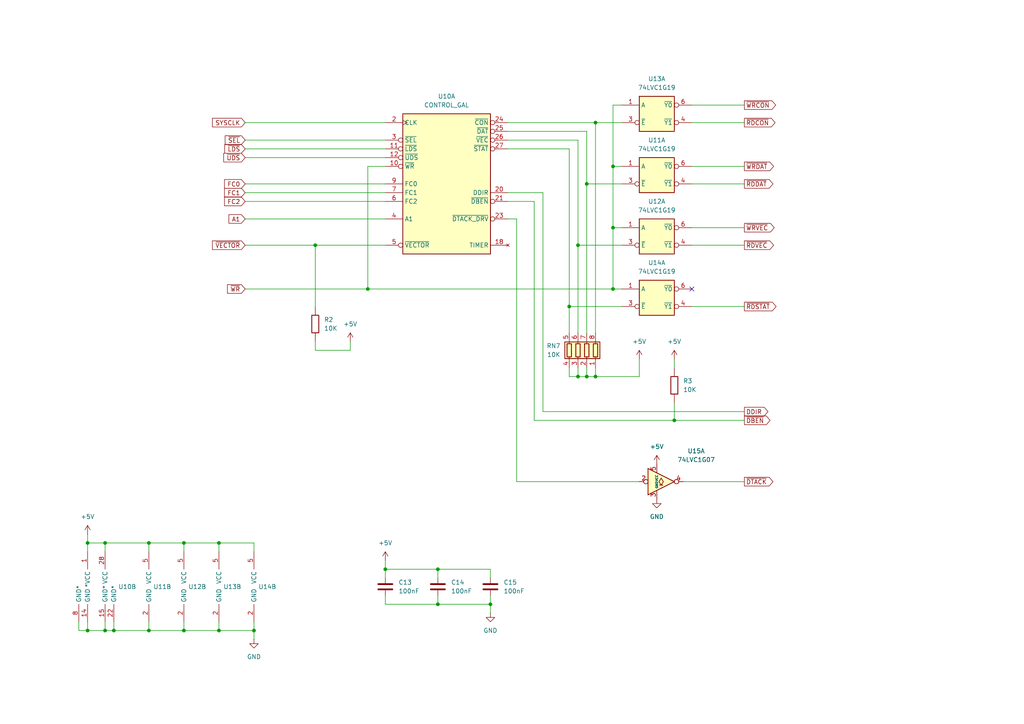
<source format=kicad_sch>
(kicad_sch
	(version 20231120)
	(generator "eeschema")
	(generator_version "8.0")
	(uuid "c28bf2fe-ba20-4d90-9485-2108139e6255")
	(paper "A4")
	(title_block
		(title "CONTROL GAL")
		(date "2024-04-04")
		(rev "1")
		(company "(C) TOM STOREY")
		(comment 1 "FREE FOR NON-COMMERCIAL USE")
	)
	(lib_symbols
		(symbol "COMET_symbols:74x1G07"
			(exclude_from_sim no)
			(in_bom yes)
			(on_board yes)
			(property "Reference" "U"
				(at 0 0 0)
				(effects
					(font
						(size 1.27 1.27)
					)
				)
			)
			(property "Value" "74x1G07"
				(at 0 0 0)
				(effects
					(font
						(size 1.27 1.27)
					)
				)
			)
			(property "Footprint" "COMET_footprints:Package_SOT23-5"
				(at 0 0 0)
				(effects
					(font
						(size 1.27 1.27)
					)
					(hide yes)
				)
			)
			(property "Datasheet" ""
				(at 0 0 0)
				(effects
					(font
						(size 1.27 1.27)
					)
					(hide yes)
				)
			)
			(property "Description" "Buffer with open-drain output"
				(at 0 0 0)
				(effects
					(font
						(size 1.27 1.27)
					)
					(hide yes)
				)
			)
			(property "ki_locked" ""
				(at 0 0 0)
				(effects
					(font
						(size 1.27 1.27)
					)
				)
			)
			(symbol "74x1G07_1_0"
				(polyline
					(pts
						(xy -2.54 3.81) (xy -2.54 -3.81) (xy 5.08 0) (xy -2.54 3.81)
					)
					(stroke
						(width 0.254)
						(type default)
					)
					(fill
						(type background)
					)
				)
			)
			(symbol "74x1G07_1_1"
				(polyline
					(pts
						(xy 0.762 -1.016) (xy 1.778 -1.016)
					)
					(stroke
						(width 0.2032)
						(type default)
					)
					(fill
						(type none)
					)
				)
				(polyline
					(pts
						(xy 1.27 1.016) (xy 0.635 0) (xy 1.27 -1.016) (xy 1.905 0) (xy 1.27 1.016)
					)
					(stroke
						(width 0.2032)
						(type default)
					)
					(fill
						(type none)
					)
				)
				(pin input line
					(at -5.08 0 0)
					(length 2.54)
					(name "~"
						(effects
							(font
								(size 1.27 1.27)
							)
						)
					)
					(number "2"
						(effects
							(font
								(size 1.27 1.27)
							)
						)
					)
				)
				(pin open_collector line
					(at 7.62 0 180)
					(length 2.54)
					(name "~"
						(effects
							(font
								(size 1.27 1.27)
							)
						)
					)
					(number "4"
						(effects
							(font
								(size 1.27 1.27)
							)
						)
					)
				)
			)
			(symbol "74x1G07_1_2"
				(polyline
					(pts
						(xy 0.762 -1.016) (xy 1.778 -1.016)
					)
					(stroke
						(width 0.2032)
						(type default)
					)
					(fill
						(type none)
					)
				)
				(polyline
					(pts
						(xy 1.27 1.016) (xy 0.635 0) (xy 1.27 -1.016) (xy 1.905 0) (xy 1.27 1.016)
					)
					(stroke
						(width 0.2032)
						(type default)
					)
					(fill
						(type none)
					)
				)
				(pin input inverted
					(at -5.08 0 0)
					(length 2.54)
					(name "~"
						(effects
							(font
								(size 1.27 1.27)
							)
						)
					)
					(number "2"
						(effects
							(font
								(size 1.27 1.27)
							)
						)
					)
				)
				(pin open_collector inverted
					(at 7.62 0 180)
					(length 2.54)
					(name "~"
						(effects
							(font
								(size 1.27 1.27)
							)
						)
					)
					(number "4"
						(effects
							(font
								(size 1.27 1.27)
							)
						)
					)
				)
			)
			(symbol "74x1G07_2_1"
				(pin power_in line
					(at 0 -5.08 90)
					(length 2.54)
					(name "GND"
						(effects
							(font
								(size 0.635 0.635)
							)
						)
					)
					(number "3"
						(effects
							(font
								(size 1.27 1.27)
							)
						)
					)
				)
				(pin power_in line
					(at 0 5.08 270)
					(length 2.54)
					(name "VCC"
						(effects
							(font
								(size 0.635 0.635)
							)
						)
					)
					(number "5"
						(effects
							(font
								(size 1.27 1.27)
							)
						)
					)
				)
			)
			(symbol "74x1G07_2_2"
				(pin power_in line
					(at 0 -5.08 90)
					(length 2.54)
					(name "GND"
						(effects
							(font
								(size 0.635 0.635)
							)
						)
					)
					(number "3"
						(effects
							(font
								(size 1.27 1.27)
							)
						)
					)
				)
				(pin power_in line
					(at 0 5.08 270)
					(length 2.54)
					(name "VCC"
						(effects
							(font
								(size 0.635 0.635)
							)
						)
					)
					(number "5"
						(effects
							(font
								(size 1.27 1.27)
							)
						)
					)
				)
			)
		)
		(symbol "COMET_symbols:74x1G19"
			(exclude_from_sim no)
			(in_bom yes)
			(on_board yes)
			(property "Reference" "U"
				(at 0 0 0)
				(effects
					(font
						(size 1.27 1.27)
					)
				)
			)
			(property "Value" "74x1G19"
				(at 0 0 0)
				(effects
					(font
						(size 1.27 1.27)
					)
				)
			)
			(property "Footprint" "COMET_footprints:Package_SOT23-6"
				(at 0 0 0)
				(effects
					(font
						(size 1.27 1.27)
					)
					(hide yes)
				)
			)
			(property "Datasheet" ""
				(at 0 0 0)
				(effects
					(font
						(size 1.27 1.27)
					)
					(hide yes)
				)
			)
			(property "Description" "1-of-2 decoder/demultiplexer"
				(at 0 0 0)
				(effects
					(font
						(size 1.27 1.27)
					)
					(hide yes)
				)
			)
			(property "ki_locked" ""
				(at 0 0 0)
				(effects
					(font
						(size 1.27 1.27)
					)
				)
			)
			(symbol "74x1G19_1_1"
				(rectangle
					(start -5.08 5.08)
					(end 5.08 -5.08)
					(stroke
						(width 0.254)
						(type default)
					)
					(fill
						(type background)
					)
				)
				(pin input line
					(at -10.16 2.54 0)
					(length 5.08)
					(name "A"
						(effects
							(font
								(size 1.27 1.27)
							)
						)
					)
					(number "1"
						(effects
							(font
								(size 1.27 1.27)
							)
						)
					)
				)
				(pin input inverted
					(at -10.16 -2.54 0)
					(length 5.08)
					(name "~{E}"
						(effects
							(font
								(size 1.27 1.27)
							)
						)
					)
					(number "3"
						(effects
							(font
								(size 1.27 1.27)
							)
						)
					)
				)
				(pin output inverted
					(at 10.16 -2.54 180)
					(length 5.08)
					(name "~{Y1}"
						(effects
							(font
								(size 1.27 1.27)
							)
						)
					)
					(number "4"
						(effects
							(font
								(size 1.27 1.27)
							)
						)
					)
				)
				(pin output inverted
					(at 10.16 2.54 180)
					(length 5.08)
					(name "~{Y0}"
						(effects
							(font
								(size 1.27 1.27)
							)
						)
					)
					(number "6"
						(effects
							(font
								(size 1.27 1.27)
							)
						)
					)
				)
			)
			(symbol "74x1G19_2_1"
				(pin power_in line
					(at 0 -10.16 90)
					(length 5.08)
					(name "GND"
						(effects
							(font
								(size 1.27 1.27)
							)
						)
					)
					(number "2"
						(effects
							(font
								(size 1.27 1.27)
							)
						)
					)
				)
				(pin power_in line
					(at 0 10.16 270)
					(length 5.08)
					(name "VCC"
						(effects
							(font
								(size 1.27 1.27)
							)
						)
					)
					(number "5"
						(effects
							(font
								(size 1.27 1.27)
							)
						)
					)
				)
			)
		)
		(symbol "COMET_symbols:C"
			(pin_numbers hide)
			(pin_names hide)
			(exclude_from_sim no)
			(in_bom yes)
			(on_board yes)
			(property "Reference" "C"
				(at 0 0 0)
				(effects
					(font
						(size 1.27 1.27)
					)
				)
			)
			(property "Value" "C"
				(at 0 0 0)
				(effects
					(font
						(size 1.27 1.27)
					)
				)
			)
			(property "Footprint" "COMET_footprints:C_SMD0805"
				(at 0 0 0)
				(effects
					(font
						(size 1.27 1.27)
					)
					(hide yes)
				)
			)
			(property "Datasheet" ""
				(at 0 0 0)
				(effects
					(font
						(size 1.27 1.27)
					)
					(hide yes)
				)
			)
			(property "Description" ""
				(at 0 0 0)
				(effects
					(font
						(size 1.27 1.27)
					)
					(hide yes)
				)
			)
			(symbol "C_0_1"
				(polyline
					(pts
						(xy -2.032 -0.762) (xy 2.032 -0.762)
					)
					(stroke
						(width 0.508)
						(type default)
					)
					(fill
						(type none)
					)
				)
				(polyline
					(pts
						(xy -2.032 0.762) (xy 2.032 0.762)
					)
					(stroke
						(width 0.508)
						(type default)
					)
					(fill
						(type none)
					)
				)
			)
			(symbol "C_1_1"
				(pin passive line
					(at 0 2.54 270)
					(length 1.524)
					(name "~"
						(effects
							(font
								(size 1.27 1.27)
							)
						)
					)
					(number "1"
						(effects
							(font
								(size 1.27 1.27)
							)
						)
					)
				)
				(pin passive line
					(at 0 -2.54 90)
					(length 1.524)
					(name "~"
						(effects
							(font
								(size 1.27 1.27)
							)
						)
					)
					(number "2"
						(effects
							(font
								(size 1.27 1.27)
							)
						)
					)
				)
			)
		)
		(symbol "COMET_symbols:R"
			(pin_numbers hide)
			(pin_names hide)
			(exclude_from_sim no)
			(in_bom yes)
			(on_board yes)
			(property "Reference" "R"
				(at 0 0 0)
				(effects
					(font
						(size 1.27 1.27)
					)
				)
			)
			(property "Value" "R"
				(at 0 0 0)
				(effects
					(font
						(size 1.27 1.27)
					)
				)
			)
			(property "Footprint" "COMET_footprints:R_SMD0805"
				(at 0 0 0)
				(effects
					(font
						(size 1.27 1.27)
					)
					(hide yes)
				)
			)
			(property "Datasheet" ""
				(at 0 0 0)
				(effects
					(font
						(size 1.27 1.27)
					)
					(hide yes)
				)
			)
			(property "Description" ""
				(at 0 0 0)
				(effects
					(font
						(size 1.27 1.27)
					)
					(hide yes)
				)
			)
			(symbol "R_0_1"
				(rectangle
					(start -1.016 -2.54)
					(end 1.016 2.54)
					(stroke
						(width 0.254)
						(type default)
					)
					(fill
						(type none)
					)
				)
			)
			(symbol "R_1_1"
				(pin passive line
					(at 0 5.08 270)
					(length 2.54)
					(name "~"
						(effects
							(font
								(size 1.27 1.27)
							)
						)
					)
					(number "1"
						(effects
							(font
								(size 1.27 1.27)
							)
						)
					)
				)
				(pin passive line
					(at 0 -5.08 90)
					(length 2.54)
					(name "~"
						(effects
							(font
								(size 1.27 1.27)
							)
						)
					)
					(number "2"
						(effects
							(font
								(size 1.27 1.27)
							)
						)
					)
				)
			)
		)
		(symbol "Device:R_Pack04"
			(pin_names
				(offset 0) hide)
			(exclude_from_sim no)
			(in_bom yes)
			(on_board yes)
			(property "Reference" "RN"
				(at -7.62 0 90)
				(effects
					(font
						(size 1.27 1.27)
					)
				)
			)
			(property "Value" "R_Pack04"
				(at 5.08 0 90)
				(effects
					(font
						(size 1.27 1.27)
					)
				)
			)
			(property "Footprint" ""
				(at 6.985 0 90)
				(effects
					(font
						(size 1.27 1.27)
					)
					(hide yes)
				)
			)
			(property "Datasheet" "~"
				(at 0 0 0)
				(effects
					(font
						(size 1.27 1.27)
					)
					(hide yes)
				)
			)
			(property "Description" "4 resistor network, parallel topology"
				(at 0 0 0)
				(effects
					(font
						(size 1.27 1.27)
					)
					(hide yes)
				)
			)
			(property "ki_keywords" "R network parallel topology isolated"
				(at 0 0 0)
				(effects
					(font
						(size 1.27 1.27)
					)
					(hide yes)
				)
			)
			(property "ki_fp_filters" "DIP* SOIC* R*Array*Concave* R*Array*Convex*"
				(at 0 0 0)
				(effects
					(font
						(size 1.27 1.27)
					)
					(hide yes)
				)
			)
			(symbol "R_Pack04_0_1"
				(rectangle
					(start -6.35 -2.413)
					(end 3.81 2.413)
					(stroke
						(width 0.254)
						(type default)
					)
					(fill
						(type background)
					)
				)
				(rectangle
					(start -5.715 1.905)
					(end -4.445 -1.905)
					(stroke
						(width 0.254)
						(type default)
					)
					(fill
						(type none)
					)
				)
				(rectangle
					(start -3.175 1.905)
					(end -1.905 -1.905)
					(stroke
						(width 0.254)
						(type default)
					)
					(fill
						(type none)
					)
				)
				(rectangle
					(start -0.635 1.905)
					(end 0.635 -1.905)
					(stroke
						(width 0.254)
						(type default)
					)
					(fill
						(type none)
					)
				)
				(polyline
					(pts
						(xy -5.08 -2.54) (xy -5.08 -1.905)
					)
					(stroke
						(width 0)
						(type default)
					)
					(fill
						(type none)
					)
				)
				(polyline
					(pts
						(xy -5.08 1.905) (xy -5.08 2.54)
					)
					(stroke
						(width 0)
						(type default)
					)
					(fill
						(type none)
					)
				)
				(polyline
					(pts
						(xy -2.54 -2.54) (xy -2.54 -1.905)
					)
					(stroke
						(width 0)
						(type default)
					)
					(fill
						(type none)
					)
				)
				(polyline
					(pts
						(xy -2.54 1.905) (xy -2.54 2.54)
					)
					(stroke
						(width 0)
						(type default)
					)
					(fill
						(type none)
					)
				)
				(polyline
					(pts
						(xy 0 -2.54) (xy 0 -1.905)
					)
					(stroke
						(width 0)
						(type default)
					)
					(fill
						(type none)
					)
				)
				(polyline
					(pts
						(xy 0 1.905) (xy 0 2.54)
					)
					(stroke
						(width 0)
						(type default)
					)
					(fill
						(type none)
					)
				)
				(polyline
					(pts
						(xy 2.54 -2.54) (xy 2.54 -1.905)
					)
					(stroke
						(width 0)
						(type default)
					)
					(fill
						(type none)
					)
				)
				(polyline
					(pts
						(xy 2.54 1.905) (xy 2.54 2.54)
					)
					(stroke
						(width 0)
						(type default)
					)
					(fill
						(type none)
					)
				)
				(rectangle
					(start 1.905 1.905)
					(end 3.175 -1.905)
					(stroke
						(width 0.254)
						(type default)
					)
					(fill
						(type none)
					)
				)
			)
			(symbol "R_Pack04_1_1"
				(pin passive line
					(at -5.08 -5.08 90)
					(length 2.54)
					(name "R1.1"
						(effects
							(font
								(size 1.27 1.27)
							)
						)
					)
					(number "1"
						(effects
							(font
								(size 1.27 1.27)
							)
						)
					)
				)
				(pin passive line
					(at -2.54 -5.08 90)
					(length 2.54)
					(name "R2.1"
						(effects
							(font
								(size 1.27 1.27)
							)
						)
					)
					(number "2"
						(effects
							(font
								(size 1.27 1.27)
							)
						)
					)
				)
				(pin passive line
					(at 0 -5.08 90)
					(length 2.54)
					(name "R3.1"
						(effects
							(font
								(size 1.27 1.27)
							)
						)
					)
					(number "3"
						(effects
							(font
								(size 1.27 1.27)
							)
						)
					)
				)
				(pin passive line
					(at 2.54 -5.08 90)
					(length 2.54)
					(name "R4.1"
						(effects
							(font
								(size 1.27 1.27)
							)
						)
					)
					(number "4"
						(effects
							(font
								(size 1.27 1.27)
							)
						)
					)
				)
				(pin passive line
					(at 2.54 5.08 270)
					(length 2.54)
					(name "R4.2"
						(effects
							(font
								(size 1.27 1.27)
							)
						)
					)
					(number "5"
						(effects
							(font
								(size 1.27 1.27)
							)
						)
					)
				)
				(pin passive line
					(at 0 5.08 270)
					(length 2.54)
					(name "R3.2"
						(effects
							(font
								(size 1.27 1.27)
							)
						)
					)
					(number "6"
						(effects
							(font
								(size 1.27 1.27)
							)
						)
					)
				)
				(pin passive line
					(at -2.54 5.08 270)
					(length 2.54)
					(name "R2.2"
						(effects
							(font
								(size 1.27 1.27)
							)
						)
					)
					(number "7"
						(effects
							(font
								(size 1.27 1.27)
							)
						)
					)
				)
				(pin passive line
					(at -5.08 5.08 270)
					(length 2.54)
					(name "R1.2"
						(effects
							(font
								(size 1.27 1.27)
							)
						)
					)
					(number "8"
						(effects
							(font
								(size 1.27 1.27)
							)
						)
					)
				)
			)
		)
		(symbol "Printer_Interface:CONTROL_GAL"
			(exclude_from_sim no)
			(in_bom yes)
			(on_board yes)
			(property "Reference" "U"
				(at 0 0 0)
				(effects
					(font
						(size 1.27 1.27)
					)
				)
			)
			(property "Value" "CONTROL_GAL"
				(at 0 0 0)
				(effects
					(font
						(size 1.27 1.27)
					)
				)
			)
			(property "Footprint" "COMET_footprints:Package_PLCC-28_SMD_socket"
				(at 0 0 0)
				(effects
					(font
						(size 1.27 1.27)
					)
					(hide yes)
				)
			)
			(property "Datasheet" ""
				(at 0 0 0)
				(effects
					(font
						(size 1.27 1.27)
					)
					(hide yes)
				)
			)
			(property "Description" ""
				(at 0 0 0)
				(effects
					(font
						(size 1.27 1.27)
					)
					(hide yes)
				)
			)
			(property "ki_locked" ""
				(at 0 0 0)
				(effects
					(font
						(size 1.27 1.27)
					)
				)
			)
			(symbol "CONTROL_GAL_1_1"
				(rectangle
					(start -12.7 20.32)
					(end 12.7 -20.32)
					(stroke
						(width 0.254)
						(type default)
					)
					(fill
						(type background)
					)
				)
				(pin input inverted
					(at -17.78 5.08 0)
					(length 5.08)
					(name "~{WR}"
						(effects
							(font
								(size 1.27 1.27)
							)
						)
					)
					(number "10"
						(effects
							(font
								(size 1.27 1.27)
							)
						)
					)
				)
				(pin input inverted
					(at -17.78 10.16 0)
					(length 5.08)
					(name "~{LDS}"
						(effects
							(font
								(size 1.27 1.27)
							)
						)
					)
					(number "11"
						(effects
							(font
								(size 1.27 1.27)
							)
						)
					)
				)
				(pin input inverted
					(at -17.78 7.62 0)
					(length 5.08)
					(name "~{UDS}"
						(effects
							(font
								(size 1.27 1.27)
							)
						)
					)
					(number "12"
						(effects
							(font
								(size 1.27 1.27)
							)
						)
					)
				)
				(pin no_connect line
					(at 17.78 -17.78 180)
					(length 5.08)
					(name "TIMER"
						(effects
							(font
								(size 1.27 1.27)
							)
						)
					)
					(number "18"
						(effects
							(font
								(size 1.27 1.27)
							)
						)
					)
				)
				(pin input clock
					(at -17.78 17.78 0)
					(length 5.08)
					(name "CLK"
						(effects
							(font
								(size 1.27 1.27)
							)
						)
					)
					(number "2"
						(effects
							(font
								(size 1.27 1.27)
							)
						)
					)
				)
				(pin output line
					(at 17.78 -2.54 180)
					(length 5.08)
					(name "DDIR"
						(effects
							(font
								(size 1.27 1.27)
							)
						)
					)
					(number "20"
						(effects
							(font
								(size 1.27 1.27)
							)
						)
					)
				)
				(pin output inverted
					(at 17.78 -5.08 180)
					(length 5.08)
					(name "~{DBEN}"
						(effects
							(font
								(size 1.27 1.27)
							)
						)
					)
					(number "21"
						(effects
							(font
								(size 1.27 1.27)
							)
						)
					)
				)
				(pin output inverted
					(at 17.78 -10.16 180)
					(length 5.08)
					(name "~{DTACK_DRV}"
						(effects
							(font
								(size 1.27 1.27)
							)
						)
					)
					(number "23"
						(effects
							(font
								(size 1.27 1.27)
							)
						)
					)
				)
				(pin output inverted
					(at 17.78 17.78 180)
					(length 5.08)
					(name "~{CON}"
						(effects
							(font
								(size 1.27 1.27)
							)
						)
					)
					(number "24"
						(effects
							(font
								(size 1.27 1.27)
							)
						)
					)
				)
				(pin output inverted
					(at 17.78 15.24 180)
					(length 5.08)
					(name "~{DAT}"
						(effects
							(font
								(size 1.27 1.27)
							)
						)
					)
					(number "25"
						(effects
							(font
								(size 1.27 1.27)
							)
						)
					)
				)
				(pin output inverted
					(at 17.78 12.7 180)
					(length 5.08)
					(name "~{VEC}"
						(effects
							(font
								(size 1.27 1.27)
							)
						)
					)
					(number "26"
						(effects
							(font
								(size 1.27 1.27)
							)
						)
					)
				)
				(pin output inverted
					(at 17.78 10.16 180)
					(length 5.08)
					(name "~{STAT}"
						(effects
							(font
								(size 1.27 1.27)
							)
						)
					)
					(number "27"
						(effects
							(font
								(size 1.27 1.27)
							)
						)
					)
				)
				(pin input inverted
					(at -17.78 12.7 0)
					(length 5.08)
					(name "~{SEL}"
						(effects
							(font
								(size 1.27 1.27)
							)
						)
					)
					(number "3"
						(effects
							(font
								(size 1.27 1.27)
							)
						)
					)
				)
				(pin input line
					(at -17.78 -10.16 0)
					(length 5.08)
					(name "A1"
						(effects
							(font
								(size 1.27 1.27)
							)
						)
					)
					(number "4"
						(effects
							(font
								(size 1.27 1.27)
							)
						)
					)
				)
				(pin input inverted
					(at -17.78 -17.78 0)
					(length 5.08)
					(name "~{VECTOR}"
						(effects
							(font
								(size 1.27 1.27)
							)
						)
					)
					(number "5"
						(effects
							(font
								(size 1.27 1.27)
							)
						)
					)
				)
				(pin input line
					(at -17.78 -5.08 0)
					(length 5.08)
					(name "FC2"
						(effects
							(font
								(size 1.27 1.27)
							)
						)
					)
					(number "6"
						(effects
							(font
								(size 1.27 1.27)
							)
						)
					)
				)
				(pin input line
					(at -17.78 -2.54 0)
					(length 5.08)
					(name "FC1"
						(effects
							(font
								(size 1.27 1.27)
							)
						)
					)
					(number "7"
						(effects
							(font
								(size 1.27 1.27)
							)
						)
					)
				)
				(pin input line
					(at -17.78 0 0)
					(length 5.08)
					(name "FC0"
						(effects
							(font
								(size 1.27 1.27)
							)
						)
					)
					(number "9"
						(effects
							(font
								(size 1.27 1.27)
							)
						)
					)
				)
			)
			(symbol "CONTROL_GAL_2_0"
				(pin power_in line
					(at -2.54 10.16 270)
					(length 5.08)
					(name "*VCC"
						(effects
							(font
								(size 1.27 1.27)
							)
						)
					)
					(number "1"
						(effects
							(font
								(size 1.27 1.27)
							)
						)
					)
				)
				(pin power_in line
					(at -2.54 -10.16 90)
					(length 5.08)
					(name "GND"
						(effects
							(font
								(size 1.27 1.27)
							)
						)
					)
					(number "14"
						(effects
							(font
								(size 1.27 1.27)
							)
						)
					)
				)
				(pin power_in line
					(at 2.54 -10.16 90)
					(length 5.08)
					(name "GND*"
						(effects
							(font
								(size 1.27 1.27)
							)
						)
					)
					(number "15"
						(effects
							(font
								(size 1.27 1.27)
							)
						)
					)
				)
				(pin power_in line
					(at 5.08 -10.16 90)
					(length 5.08)
					(name "GND*"
						(effects
							(font
								(size 1.27 1.27)
							)
						)
					)
					(number "22"
						(effects
							(font
								(size 1.27 1.27)
							)
						)
					)
				)
				(pin power_in line
					(at 2.54 10.16 270)
					(length 5.08)
					(name "VCC"
						(effects
							(font
								(size 1.27 1.27)
							)
						)
					)
					(number "28"
						(effects
							(font
								(size 1.27 1.27)
							)
						)
					)
				)
				(pin power_in line
					(at -5.08 -10.16 90)
					(length 5.08)
					(name "GND*"
						(effects
							(font
								(size 1.27 1.27)
							)
						)
					)
					(number "8"
						(effects
							(font
								(size 1.27 1.27)
							)
						)
					)
				)
			)
		)
		(symbol "power:+5V"
			(power)
			(pin_numbers hide)
			(pin_names
				(offset 0) hide)
			(exclude_from_sim no)
			(in_bom yes)
			(on_board yes)
			(property "Reference" "#PWR"
				(at 0 -3.81 0)
				(effects
					(font
						(size 1.27 1.27)
					)
					(hide yes)
				)
			)
			(property "Value" "+5V"
				(at 0 3.556 0)
				(effects
					(font
						(size 1.27 1.27)
					)
				)
			)
			(property "Footprint" ""
				(at 0 0 0)
				(effects
					(font
						(size 1.27 1.27)
					)
					(hide yes)
				)
			)
			(property "Datasheet" ""
				(at 0 0 0)
				(effects
					(font
						(size 1.27 1.27)
					)
					(hide yes)
				)
			)
			(property "Description" "Power symbol creates a global label with name \"+5V\""
				(at 0 0 0)
				(effects
					(font
						(size 1.27 1.27)
					)
					(hide yes)
				)
			)
			(property "ki_keywords" "global power"
				(at 0 0 0)
				(effects
					(font
						(size 1.27 1.27)
					)
					(hide yes)
				)
			)
			(symbol "+5V_0_1"
				(polyline
					(pts
						(xy -0.762 1.27) (xy 0 2.54)
					)
					(stroke
						(width 0)
						(type default)
					)
					(fill
						(type none)
					)
				)
				(polyline
					(pts
						(xy 0 0) (xy 0 2.54)
					)
					(stroke
						(width 0)
						(type default)
					)
					(fill
						(type none)
					)
				)
				(polyline
					(pts
						(xy 0 2.54) (xy 0.762 1.27)
					)
					(stroke
						(width 0)
						(type default)
					)
					(fill
						(type none)
					)
				)
			)
			(symbol "+5V_1_1"
				(pin power_in line
					(at 0 0 90)
					(length 0)
					(name "~"
						(effects
							(font
								(size 1.27 1.27)
							)
						)
					)
					(number "1"
						(effects
							(font
								(size 1.27 1.27)
							)
						)
					)
				)
			)
		)
		(symbol "power:GND"
			(power)
			(pin_numbers hide)
			(pin_names
				(offset 0) hide)
			(exclude_from_sim no)
			(in_bom yes)
			(on_board yes)
			(property "Reference" "#PWR"
				(at 0 -6.35 0)
				(effects
					(font
						(size 1.27 1.27)
					)
					(hide yes)
				)
			)
			(property "Value" "GND"
				(at 0 -3.81 0)
				(effects
					(font
						(size 1.27 1.27)
					)
				)
			)
			(property "Footprint" ""
				(at 0 0 0)
				(effects
					(font
						(size 1.27 1.27)
					)
					(hide yes)
				)
			)
			(property "Datasheet" ""
				(at 0 0 0)
				(effects
					(font
						(size 1.27 1.27)
					)
					(hide yes)
				)
			)
			(property "Description" "Power symbol creates a global label with name \"GND\" , ground"
				(at 0 0 0)
				(effects
					(font
						(size 1.27 1.27)
					)
					(hide yes)
				)
			)
			(property "ki_keywords" "global power"
				(at 0 0 0)
				(effects
					(font
						(size 1.27 1.27)
					)
					(hide yes)
				)
			)
			(symbol "GND_0_1"
				(polyline
					(pts
						(xy 0 0) (xy 0 -1.27) (xy 1.27 -1.27) (xy 0 -2.54) (xy -1.27 -1.27) (xy 0 -1.27)
					)
					(stroke
						(width 0)
						(type default)
					)
					(fill
						(type none)
					)
				)
			)
			(symbol "GND_1_1"
				(pin power_in line
					(at 0 0 270)
					(length 0)
					(name "~"
						(effects
							(font
								(size 1.27 1.27)
							)
						)
					)
					(number "1"
						(effects
							(font
								(size 1.27 1.27)
							)
						)
					)
				)
			)
		)
	)
	(junction
		(at 63.5 182.88)
		(diameter 0)
		(color 0 0 0 0)
		(uuid "0a27d130-6642-41cb-850f-b96887ed4fbf")
	)
	(junction
		(at 177.8 66.04)
		(diameter 0)
		(color 0 0 0 0)
		(uuid "0caa7213-a8d6-461e-a5d1-7bf1f2502483")
	)
	(junction
		(at 172.72 109.22)
		(diameter 0)
		(color 0 0 0 0)
		(uuid "0d07b530-aac5-4b96-bcd6-a9cdb5f6fd86")
	)
	(junction
		(at 165.1 88.9)
		(diameter 0)
		(color 0 0 0 0)
		(uuid "0fec5782-487e-4882-a294-52b29a3e2c04")
	)
	(junction
		(at 53.34 182.88)
		(diameter 0)
		(color 0 0 0 0)
		(uuid "12087c77-5e8f-4da0-a06a-98fc204524af")
	)
	(junction
		(at 177.8 83.82)
		(diameter 0)
		(color 0 0 0 0)
		(uuid "125ef25b-b737-4dd5-902b-fb67abbec8ac")
	)
	(junction
		(at 167.64 109.22)
		(diameter 0)
		(color 0 0 0 0)
		(uuid "1806114a-870b-4fef-8cf9-c186d7aab63d")
	)
	(junction
		(at 195.58 121.92)
		(diameter 0)
		(color 0 0 0 0)
		(uuid "1a43978e-4f13-4afc-ab55-42f01c454170")
	)
	(junction
		(at 91.44 71.12)
		(diameter 0)
		(color 0 0 0 0)
		(uuid "2001316e-a2f3-4570-b354-953f9578518a")
	)
	(junction
		(at 25.4 182.88)
		(diameter 0)
		(color 0 0 0 0)
		(uuid "34a7f23f-fc32-4ee3-a3e0-60580001af73")
	)
	(junction
		(at 63.5 157.48)
		(diameter 0)
		(color 0 0 0 0)
		(uuid "3a859f69-379d-4956-a0d9-2c8127c42f68")
	)
	(junction
		(at 106.68 83.82)
		(diameter 0)
		(color 0 0 0 0)
		(uuid "42a188cb-db68-4ff3-a3c0-cd7f1cdd08f4")
	)
	(junction
		(at 172.72 35.56)
		(diameter 0)
		(color 0 0 0 0)
		(uuid "579e064b-4865-4c43-abc2-945f2128e3b5")
	)
	(junction
		(at 170.18 109.22)
		(diameter 0)
		(color 0 0 0 0)
		(uuid "5a88719c-04e3-44ec-9207-e574cef7e692")
	)
	(junction
		(at 170.18 53.34)
		(diameter 0)
		(color 0 0 0 0)
		(uuid "71277552-ab6f-4015-abec-2792182de4ab")
	)
	(junction
		(at 142.24 175.26)
		(diameter 0)
		(color 0 0 0 0)
		(uuid "71cfd3fd-18b8-4984-9b46-0ccd8688b30e")
	)
	(junction
		(at 53.34 157.48)
		(diameter 0)
		(color 0 0 0 0)
		(uuid "8215a5d5-d119-4f7a-8497-e7b46b89c853")
	)
	(junction
		(at 30.48 157.48)
		(diameter 0)
		(color 0 0 0 0)
		(uuid "8afb0878-db5f-4211-8657-a5a2f2699886")
	)
	(junction
		(at 25.4 157.48)
		(diameter 0)
		(color 0 0 0 0)
		(uuid "8e93f053-f0ac-44d3-b53f-312b2330b722")
	)
	(junction
		(at 167.64 71.12)
		(diameter 0)
		(color 0 0 0 0)
		(uuid "9720d7cb-88fe-4c08-8d30-d434d7bd70d0")
	)
	(junction
		(at 33.02 182.88)
		(diameter 0)
		(color 0 0 0 0)
		(uuid "9777074c-a072-48ca-b423-e78005d2307c")
	)
	(junction
		(at 30.48 182.88)
		(diameter 0)
		(color 0 0 0 0)
		(uuid "986ebe94-938a-442c-ae27-ebb6e381fc0b")
	)
	(junction
		(at 73.66 182.88)
		(diameter 0)
		(color 0 0 0 0)
		(uuid "aa59eb9e-f2c6-43f2-813f-bc4243c8f3d6")
	)
	(junction
		(at 111.76 165.1)
		(diameter 0)
		(color 0 0 0 0)
		(uuid "ac213967-7444-4a2c-9cdb-3ee2846b05bb")
	)
	(junction
		(at 43.18 182.88)
		(diameter 0)
		(color 0 0 0 0)
		(uuid "c2420871-b953-46fa-b4c8-97aa155e79d0")
	)
	(junction
		(at 127 175.26)
		(diameter 0)
		(color 0 0 0 0)
		(uuid "dca07f03-5884-473e-a1da-5af0c39fc9bc")
	)
	(junction
		(at 43.18 157.48)
		(diameter 0)
		(color 0 0 0 0)
		(uuid "eba896f6-a5dd-43ab-a949-4d8fca7e644a")
	)
	(junction
		(at 127 165.1)
		(diameter 0)
		(color 0 0 0 0)
		(uuid "f07e4a3c-46a7-498b-882c-6c6a9e30c422")
	)
	(junction
		(at 177.8 48.26)
		(diameter 0)
		(color 0 0 0 0)
		(uuid "f4b901ef-345a-4594-8341-78cbb36c7407")
	)
	(no_connect
		(at 200.66 83.82)
		(uuid "9c1dadac-4b7b-4195-b810-eeb2a7d37e80")
	)
	(wire
		(pts
			(xy 73.66 182.88) (xy 63.5 182.88)
		)
		(stroke
			(width 0)
			(type default)
		)
		(uuid "0083d112-fee7-4ffa-a959-22f7bc4421ce")
	)
	(wire
		(pts
			(xy 73.66 157.48) (xy 73.66 160.02)
		)
		(stroke
			(width 0)
			(type default)
		)
		(uuid "01daa6c4-2ce7-4664-b94d-0d93a9e2c287")
	)
	(wire
		(pts
			(xy 43.18 157.48) (xy 43.18 160.02)
		)
		(stroke
			(width 0)
			(type default)
		)
		(uuid "023671c6-b66a-4d1a-8720-709c1f6f80ef")
	)
	(wire
		(pts
			(xy 101.6 99.06) (xy 101.6 101.6)
		)
		(stroke
			(width 0)
			(type default)
		)
		(uuid "0654f4ed-bf87-47b8-9799-83608b11c006")
	)
	(wire
		(pts
			(xy 195.58 121.92) (xy 215.9 121.92)
		)
		(stroke
			(width 0)
			(type default)
		)
		(uuid "074b698e-5f31-46c8-a694-2bf6f92f60ed")
	)
	(wire
		(pts
			(xy 71.12 58.42) (xy 111.76 58.42)
		)
		(stroke
			(width 0)
			(type default)
		)
		(uuid "0788b02b-cf57-4360-b7bb-cd523b02f7ba")
	)
	(wire
		(pts
			(xy 198.12 139.7) (xy 215.9 139.7)
		)
		(stroke
			(width 0)
			(type default)
		)
		(uuid "09dbcb2d-c281-4263-b66a-d79b76bc3a98")
	)
	(wire
		(pts
			(xy 172.72 106.68) (xy 172.72 109.22)
		)
		(stroke
			(width 0)
			(type default)
		)
		(uuid "0ad5329c-8db6-4428-9d4f-dbc38f9663c9")
	)
	(wire
		(pts
			(xy 167.64 106.68) (xy 167.64 109.22)
		)
		(stroke
			(width 0)
			(type default)
		)
		(uuid "0ae7dc34-651b-4ea9-a11d-e155ed8b35a8")
	)
	(wire
		(pts
			(xy 177.8 30.48) (xy 180.34 30.48)
		)
		(stroke
			(width 0)
			(type default)
		)
		(uuid "11b2db49-5f58-4134-85e8-a05ba2d17ddb")
	)
	(wire
		(pts
			(xy 157.48 55.88) (xy 157.48 119.38)
		)
		(stroke
			(width 0)
			(type default)
		)
		(uuid "14921729-07cf-43fc-b54e-06325f6441ff")
	)
	(wire
		(pts
			(xy 200.66 48.26) (xy 215.9 48.26)
		)
		(stroke
			(width 0)
			(type default)
		)
		(uuid "16ec2515-6993-4a0e-af10-d4514272ba8a")
	)
	(wire
		(pts
			(xy 91.44 99.06) (xy 91.44 101.6)
		)
		(stroke
			(width 0)
			(type default)
		)
		(uuid "19c7a9c8-abf9-4ad6-90ee-b6abb957085a")
	)
	(wire
		(pts
			(xy 43.18 180.34) (xy 43.18 182.88)
		)
		(stroke
			(width 0)
			(type default)
		)
		(uuid "1f8ca0b2-cbda-46e6-8a66-3426f8f7b1e9")
	)
	(wire
		(pts
			(xy 71.12 63.5) (xy 111.76 63.5)
		)
		(stroke
			(width 0)
			(type default)
		)
		(uuid "200799fa-3207-4555-9d38-46188e36aa9f")
	)
	(wire
		(pts
			(xy 43.18 182.88) (xy 33.02 182.88)
		)
		(stroke
			(width 0)
			(type default)
		)
		(uuid "2079aba3-6740-4bdc-8312-e2c27f63b61d")
	)
	(wire
		(pts
			(xy 106.68 83.82) (xy 177.8 83.82)
		)
		(stroke
			(width 0)
			(type default)
		)
		(uuid "22abdf30-8bfd-4bbf-9942-dbd3bd84c44d")
	)
	(wire
		(pts
			(xy 91.44 71.12) (xy 111.76 71.12)
		)
		(stroke
			(width 0)
			(type default)
		)
		(uuid "274a0225-5a27-4852-9868-0db223fc4a29")
	)
	(wire
		(pts
			(xy 177.8 48.26) (xy 177.8 66.04)
		)
		(stroke
			(width 0)
			(type default)
		)
		(uuid "2a54ed53-57dd-4505-9e60-a7154a1f6cb3")
	)
	(wire
		(pts
			(xy 195.58 104.14) (xy 195.58 106.68)
		)
		(stroke
			(width 0)
			(type default)
		)
		(uuid "2e05ac49-b5e2-429e-9f11-03f6ded11cee")
	)
	(wire
		(pts
			(xy 172.72 35.56) (xy 180.34 35.56)
		)
		(stroke
			(width 0)
			(type default)
		)
		(uuid "310d3d55-23e5-4a74-b39c-ceb41dc041bd")
	)
	(wire
		(pts
			(xy 111.76 162.56) (xy 111.76 165.1)
		)
		(stroke
			(width 0)
			(type default)
		)
		(uuid "37bc1c0a-a24c-4df2-90ba-9cdce9b3c106")
	)
	(wire
		(pts
			(xy 147.32 58.42) (xy 154.94 58.42)
		)
		(stroke
			(width 0)
			(type default)
		)
		(uuid "396dfb7e-2ebc-43fe-90be-84172ed93e67")
	)
	(wire
		(pts
			(xy 142.24 172.72) (xy 142.24 175.26)
		)
		(stroke
			(width 0)
			(type default)
		)
		(uuid "3b99370e-a7df-4345-a53b-0f523c575660")
	)
	(wire
		(pts
			(xy 106.68 48.26) (xy 106.68 83.82)
		)
		(stroke
			(width 0)
			(type default)
		)
		(uuid "3e4865ca-e107-41ed-b792-8726f1d6fb57")
	)
	(wire
		(pts
			(xy 167.64 40.64) (xy 167.64 71.12)
		)
		(stroke
			(width 0)
			(type default)
		)
		(uuid "3f6f11d8-a644-43cc-871a-5498ea46b808")
	)
	(wire
		(pts
			(xy 25.4 157.48) (xy 25.4 160.02)
		)
		(stroke
			(width 0)
			(type default)
		)
		(uuid "40bbcf30-dc9d-4a38-a23d-0cde5d7688db")
	)
	(wire
		(pts
			(xy 53.34 157.48) (xy 53.34 160.02)
		)
		(stroke
			(width 0)
			(type default)
		)
		(uuid "44e2bb52-5b43-4cf0-9071-986d4c2952df")
	)
	(wire
		(pts
			(xy 180.34 48.26) (xy 177.8 48.26)
		)
		(stroke
			(width 0)
			(type default)
		)
		(uuid "484584ea-f807-49e3-8127-4837ce351d96")
	)
	(wire
		(pts
			(xy 127 175.26) (xy 142.24 175.26)
		)
		(stroke
			(width 0)
			(type default)
		)
		(uuid "4d1063a8-e97a-4faa-963b-c24e9d40abdb")
	)
	(wire
		(pts
			(xy 167.64 109.22) (xy 165.1 109.22)
		)
		(stroke
			(width 0)
			(type default)
		)
		(uuid "4ffdfa56-a946-406c-91dd-d4514b91dc6a")
	)
	(wire
		(pts
			(xy 142.24 175.26) (xy 142.24 177.8)
		)
		(stroke
			(width 0)
			(type default)
		)
		(uuid "504446ac-4960-4c00-bc28-2fd5212caa73")
	)
	(wire
		(pts
			(xy 149.86 63.5) (xy 147.32 63.5)
		)
		(stroke
			(width 0)
			(type default)
		)
		(uuid "50f6c1fd-e5f3-4b39-92e4-c7b8cc16a7c5")
	)
	(wire
		(pts
			(xy 154.94 58.42) (xy 154.94 121.92)
		)
		(stroke
			(width 0)
			(type default)
		)
		(uuid "55f5d188-bae8-453b-b08d-0dba1bea3def")
	)
	(wire
		(pts
			(xy 167.64 71.12) (xy 180.34 71.12)
		)
		(stroke
			(width 0)
			(type default)
		)
		(uuid "5b18f5bf-b05c-4b61-b6ec-3dbdadc60749")
	)
	(wire
		(pts
			(xy 165.1 106.68) (xy 165.1 109.22)
		)
		(stroke
			(width 0)
			(type default)
		)
		(uuid "5e14c615-b677-4b71-ae2a-0f25fb2d3cf0")
	)
	(wire
		(pts
			(xy 177.8 30.48) (xy 177.8 48.26)
		)
		(stroke
			(width 0)
			(type default)
		)
		(uuid "5f72f985-b725-4291-a70b-b2e8e9a893cd")
	)
	(wire
		(pts
			(xy 91.44 71.12) (xy 91.44 88.9)
		)
		(stroke
			(width 0)
			(type default)
		)
		(uuid "61a9def7-c37c-4411-a102-6138ba866b0e")
	)
	(wire
		(pts
			(xy 177.8 66.04) (xy 177.8 83.82)
		)
		(stroke
			(width 0)
			(type default)
		)
		(uuid "62e448ba-b320-403f-9262-3bd42f85ab26")
	)
	(wire
		(pts
			(xy 200.66 88.9) (xy 215.9 88.9)
		)
		(stroke
			(width 0)
			(type default)
		)
		(uuid "631c3d4f-dffe-4009-a1cb-589feb73fb6c")
	)
	(wire
		(pts
			(xy 170.18 53.34) (xy 180.34 53.34)
		)
		(stroke
			(width 0)
			(type default)
		)
		(uuid "67be0d1b-6997-4ca8-878f-755620418daa")
	)
	(wire
		(pts
			(xy 71.12 43.18) (xy 111.76 43.18)
		)
		(stroke
			(width 0)
			(type default)
		)
		(uuid "67db841b-2b56-45e6-97ff-8ca656cdd989")
	)
	(wire
		(pts
			(xy 63.5 157.48) (xy 73.66 157.48)
		)
		(stroke
			(width 0)
			(type default)
		)
		(uuid "6c196916-3844-4bde-8975-72efa8284cef")
	)
	(wire
		(pts
			(xy 73.66 182.88) (xy 73.66 185.42)
		)
		(stroke
			(width 0)
			(type default)
		)
		(uuid "6dd0f9a1-c244-4491-b32a-9ca0d9b8e144")
	)
	(wire
		(pts
			(xy 149.86 63.5) (xy 149.86 139.7)
		)
		(stroke
			(width 0)
			(type default)
		)
		(uuid "6f7bf872-e26c-45ae-a8c0-9648da0c7e56")
	)
	(wire
		(pts
			(xy 53.34 182.88) (xy 43.18 182.88)
		)
		(stroke
			(width 0)
			(type default)
		)
		(uuid "6fadc0a4-4a2d-45c2-8cbb-839d1c5c3beb")
	)
	(wire
		(pts
			(xy 154.94 121.92) (xy 195.58 121.92)
		)
		(stroke
			(width 0)
			(type default)
		)
		(uuid "726f75ef-b2eb-4d1b-8620-fd3511d50e0a")
	)
	(wire
		(pts
			(xy 200.66 30.48) (xy 215.9 30.48)
		)
		(stroke
			(width 0)
			(type default)
		)
		(uuid "72ad2b69-996c-4ab9-907f-715715114870")
	)
	(wire
		(pts
			(xy 30.48 182.88) (xy 33.02 182.88)
		)
		(stroke
			(width 0)
			(type default)
		)
		(uuid "7a33b409-53fc-43f3-a81e-0d0c66c21b61")
	)
	(wire
		(pts
			(xy 30.48 157.48) (xy 25.4 157.48)
		)
		(stroke
			(width 0)
			(type default)
		)
		(uuid "7c43879a-9119-442d-a1f3-e21d24c9aa82")
	)
	(wire
		(pts
			(xy 147.32 35.56) (xy 172.72 35.56)
		)
		(stroke
			(width 0)
			(type default)
		)
		(uuid "7fb2779c-eef0-477f-819d-3bfadb5927bc")
	)
	(wire
		(pts
			(xy 30.48 160.02) (xy 30.48 157.48)
		)
		(stroke
			(width 0)
			(type default)
		)
		(uuid "83553f89-45a2-4723-9c08-eb23d5ec220f")
	)
	(wire
		(pts
			(xy 22.86 182.88) (xy 25.4 182.88)
		)
		(stroke
			(width 0)
			(type default)
		)
		(uuid "90494082-07df-42e4-9714-3bdc5a09012d")
	)
	(wire
		(pts
			(xy 165.1 88.9) (xy 165.1 96.52)
		)
		(stroke
			(width 0)
			(type default)
		)
		(uuid "90e62de9-f78d-482c-9fbd-9e4fa63ea32a")
	)
	(wire
		(pts
			(xy 185.42 104.14) (xy 185.42 109.22)
		)
		(stroke
			(width 0)
			(type default)
		)
		(uuid "91b5ed16-f194-4693-aa56-a393f19d38fa")
	)
	(wire
		(pts
			(xy 147.32 55.88) (xy 157.48 55.88)
		)
		(stroke
			(width 0)
			(type default)
		)
		(uuid "91f156e4-357f-4741-a33b-6e13df1e2d5e")
	)
	(wire
		(pts
			(xy 111.76 165.1) (xy 111.76 167.64)
		)
		(stroke
			(width 0)
			(type default)
		)
		(uuid "9437e04d-9a1e-4ff5-a34d-2beceecfc40a")
	)
	(wire
		(pts
			(xy 106.68 48.26) (xy 111.76 48.26)
		)
		(stroke
			(width 0)
			(type default)
		)
		(uuid "94a11b1d-1e69-44f1-a36d-45b2536ec898")
	)
	(wire
		(pts
			(xy 147.32 43.18) (xy 165.1 43.18)
		)
		(stroke
			(width 0)
			(type default)
		)
		(uuid "98021497-3c00-4d15-bdc5-2dd66997c46b")
	)
	(wire
		(pts
			(xy 111.76 175.26) (xy 127 175.26)
		)
		(stroke
			(width 0)
			(type default)
		)
		(uuid "99852738-bb21-475d-bbb0-ea3620187a7d")
	)
	(wire
		(pts
			(xy 147.32 40.64) (xy 167.64 40.64)
		)
		(stroke
			(width 0)
			(type default)
		)
		(uuid "999526d6-c715-47e0-a1b8-84ed1f8a506e")
	)
	(wire
		(pts
			(xy 127 165.1) (xy 142.24 165.1)
		)
		(stroke
			(width 0)
			(type default)
		)
		(uuid "9d893589-4f50-4315-b011-c0659cdbe592")
	)
	(wire
		(pts
			(xy 63.5 180.34) (xy 63.5 182.88)
		)
		(stroke
			(width 0)
			(type default)
		)
		(uuid "9f6c23a9-c51b-41c9-997c-80bf2c8347ae")
	)
	(wire
		(pts
			(xy 165.1 43.18) (xy 165.1 88.9)
		)
		(stroke
			(width 0)
			(type default)
		)
		(uuid "a38d5e60-23c6-4595-998e-74cd80478350")
	)
	(wire
		(pts
			(xy 200.66 53.34) (xy 215.9 53.34)
		)
		(stroke
			(width 0)
			(type default)
		)
		(uuid "a3df7e6c-9163-4411-8236-57d435d5c09c")
	)
	(wire
		(pts
			(xy 71.12 35.56) (xy 111.76 35.56)
		)
		(stroke
			(width 0)
			(type default)
		)
		(uuid "a3f9c6ce-65ed-4219-87ee-2521079e0dce")
	)
	(wire
		(pts
			(xy 167.64 109.22) (xy 170.18 109.22)
		)
		(stroke
			(width 0)
			(type default)
		)
		(uuid "a4baf53c-6c13-4213-aeab-6d6cb226d717")
	)
	(wire
		(pts
			(xy 157.48 119.38) (xy 215.9 119.38)
		)
		(stroke
			(width 0)
			(type default)
		)
		(uuid "a782419c-2b4a-4dfd-97da-d5a3b878c909")
	)
	(wire
		(pts
			(xy 25.4 180.34) (xy 25.4 182.88)
		)
		(stroke
			(width 0)
			(type default)
		)
		(uuid "a7c18d8e-b23b-48bd-ac20-f07125a534f9")
	)
	(wire
		(pts
			(xy 170.18 109.22) (xy 172.72 109.22)
		)
		(stroke
			(width 0)
			(type default)
		)
		(uuid "a8b1f710-9d1d-41cf-91fd-4f491b99ed09")
	)
	(wire
		(pts
			(xy 170.18 106.68) (xy 170.18 109.22)
		)
		(stroke
			(width 0)
			(type default)
		)
		(uuid "abaa1d26-36e3-4f23-9f24-2ef95b573a8f")
	)
	(wire
		(pts
			(xy 63.5 182.88) (xy 53.34 182.88)
		)
		(stroke
			(width 0)
			(type default)
		)
		(uuid "abb0ccbf-fc19-4499-b55f-1bc5378a7115")
	)
	(wire
		(pts
			(xy 167.64 71.12) (xy 167.64 96.52)
		)
		(stroke
			(width 0)
			(type default)
		)
		(uuid "ada1bb01-d964-4848-9fd7-466252c08d6a")
	)
	(wire
		(pts
			(xy 71.12 45.72) (xy 111.76 45.72)
		)
		(stroke
			(width 0)
			(type default)
		)
		(uuid "af0acc2b-288f-43fa-ae17-6cf747da09d3")
	)
	(wire
		(pts
			(xy 30.48 180.34) (xy 30.48 182.88)
		)
		(stroke
			(width 0)
			(type default)
		)
		(uuid "b10895ea-dc74-44ed-901b-84724a2da1e1")
	)
	(wire
		(pts
			(xy 71.12 53.34) (xy 111.76 53.34)
		)
		(stroke
			(width 0)
			(type default)
		)
		(uuid "b17a821d-4d4f-402d-80b7-649a2f098ffd")
	)
	(wire
		(pts
			(xy 63.5 157.48) (xy 63.5 160.02)
		)
		(stroke
			(width 0)
			(type default)
		)
		(uuid "b1b6ad78-6a78-47e2-8215-f298542577b7")
	)
	(wire
		(pts
			(xy 91.44 101.6) (xy 101.6 101.6)
		)
		(stroke
			(width 0)
			(type default)
		)
		(uuid "b2ad270c-95e1-44e4-b39e-e6d79f856602")
	)
	(wire
		(pts
			(xy 127 165.1) (xy 127 167.64)
		)
		(stroke
			(width 0)
			(type default)
		)
		(uuid "b2df8d59-d64f-42e1-bc80-ba4403a1aa8f")
	)
	(wire
		(pts
			(xy 25.4 182.88) (xy 30.48 182.88)
		)
		(stroke
			(width 0)
			(type default)
		)
		(uuid "b36ae583-e3ed-4bae-8cf9-6c6471c323db")
	)
	(wire
		(pts
			(xy 127 172.72) (xy 127 175.26)
		)
		(stroke
			(width 0)
			(type default)
		)
		(uuid "b44b2859-8210-4cf4-904b-01308076dddd")
	)
	(wire
		(pts
			(xy 53.34 180.34) (xy 53.34 182.88)
		)
		(stroke
			(width 0)
			(type default)
		)
		(uuid "b50cfea1-8471-4f31-98b1-c5bb3122c8f0")
	)
	(wire
		(pts
			(xy 71.12 40.64) (xy 111.76 40.64)
		)
		(stroke
			(width 0)
			(type default)
		)
		(uuid "b7754cf4-3152-4f2c-86fa-f26f0cee9ff3")
	)
	(wire
		(pts
			(xy 25.4 154.94) (xy 25.4 157.48)
		)
		(stroke
			(width 0)
			(type default)
		)
		(uuid "b86851d3-a80c-4702-b336-7bce4f8f9a9c")
	)
	(wire
		(pts
			(xy 149.86 139.7) (xy 185.42 139.7)
		)
		(stroke
			(width 0)
			(type default)
		)
		(uuid "b9b15b4b-c08c-4845-bb38-c314778cb747")
	)
	(wire
		(pts
			(xy 200.66 71.12) (xy 215.9 71.12)
		)
		(stroke
			(width 0)
			(type default)
		)
		(uuid "bc3c405e-cbdc-4c84-8d36-36d2ca579189")
	)
	(wire
		(pts
			(xy 111.76 172.72) (xy 111.76 175.26)
		)
		(stroke
			(width 0)
			(type default)
		)
		(uuid "c1dc0f44-7b73-42ca-9829-5ca604b48bb3")
	)
	(wire
		(pts
			(xy 71.12 83.82) (xy 106.68 83.82)
		)
		(stroke
			(width 0)
			(type default)
		)
		(uuid "c23b744a-0948-48da-b255-549580882e11")
	)
	(wire
		(pts
			(xy 177.8 66.04) (xy 180.34 66.04)
		)
		(stroke
			(width 0)
			(type default)
		)
		(uuid "c73027e6-9c74-4da4-a4de-21dde4aff4ff")
	)
	(wire
		(pts
			(xy 170.18 53.34) (xy 170.18 96.52)
		)
		(stroke
			(width 0)
			(type default)
		)
		(uuid "c90acf0a-803d-4f31-99bd-541d843d6ef4")
	)
	(wire
		(pts
			(xy 73.66 180.34) (xy 73.66 182.88)
		)
		(stroke
			(width 0)
			(type default)
		)
		(uuid "cc4b3579-60ad-47e9-ba04-d102c956792b")
	)
	(wire
		(pts
			(xy 177.8 83.82) (xy 180.34 83.82)
		)
		(stroke
			(width 0)
			(type default)
		)
		(uuid "d0c3a312-f9b2-4b8f-9358-8ff8b45071da")
	)
	(wire
		(pts
			(xy 172.72 109.22) (xy 185.42 109.22)
		)
		(stroke
			(width 0)
			(type default)
		)
		(uuid "d331ca6f-a6fb-4953-81e8-32e0f23fc415")
	)
	(wire
		(pts
			(xy 71.12 71.12) (xy 91.44 71.12)
		)
		(stroke
			(width 0)
			(type default)
		)
		(uuid "d4b8cbd3-befd-433a-867a-3037d3c5920d")
	)
	(wire
		(pts
			(xy 172.72 35.56) (xy 172.72 96.52)
		)
		(stroke
			(width 0)
			(type default)
		)
		(uuid "d9d987cb-9599-4e76-ad1a-0be8afba535d")
	)
	(wire
		(pts
			(xy 200.66 66.04) (xy 215.9 66.04)
		)
		(stroke
			(width 0)
			(type default)
		)
		(uuid "dc14c01c-da83-41ff-bfd4-c6dce7a61614")
	)
	(wire
		(pts
			(xy 53.34 157.48) (xy 63.5 157.48)
		)
		(stroke
			(width 0)
			(type default)
		)
		(uuid "de3ba214-c540-4b5d-89cf-dea10a7478e8")
	)
	(wire
		(pts
			(xy 111.76 165.1) (xy 127 165.1)
		)
		(stroke
			(width 0)
			(type default)
		)
		(uuid "edace341-b125-47a8-9234-1b5fd3bb5808")
	)
	(wire
		(pts
			(xy 33.02 180.34) (xy 33.02 182.88)
		)
		(stroke
			(width 0)
			(type default)
		)
		(uuid "f1442320-f10f-46f6-b51b-5d6b0295e233")
	)
	(wire
		(pts
			(xy 71.12 55.88) (xy 111.76 55.88)
		)
		(stroke
			(width 0)
			(type default)
		)
		(uuid "f38c150c-cce2-4c3c-a6d0-ea4f1a708605")
	)
	(wire
		(pts
			(xy 30.48 157.48) (xy 43.18 157.48)
		)
		(stroke
			(width 0)
			(type default)
		)
		(uuid "f3f2a1f2-4bba-4111-947b-24c5df7dfc9b")
	)
	(wire
		(pts
			(xy 165.1 88.9) (xy 180.34 88.9)
		)
		(stroke
			(width 0)
			(type default)
		)
		(uuid "f4f238f1-b1f5-4db5-81a1-bd14ab5c63a9")
	)
	(wire
		(pts
			(xy 200.66 35.56) (xy 215.9 35.56)
		)
		(stroke
			(width 0)
			(type default)
		)
		(uuid "f5ea8b78-a46f-472a-921d-5721f4ce4ea2")
	)
	(wire
		(pts
			(xy 147.32 38.1) (xy 170.18 38.1)
		)
		(stroke
			(width 0)
			(type default)
		)
		(uuid "f6136da7-d3ff-4d45-93f4-877cee7c9da4")
	)
	(wire
		(pts
			(xy 22.86 180.34) (xy 22.86 182.88)
		)
		(stroke
			(width 0)
			(type default)
		)
		(uuid "f7d08ed7-0a2a-4d22-ad56-d8efa719aa7d")
	)
	(wire
		(pts
			(xy 170.18 38.1) (xy 170.18 53.34)
		)
		(stroke
			(width 0)
			(type default)
		)
		(uuid "f92b0ec2-cceb-47b0-ad15-cfcd7e317898")
	)
	(wire
		(pts
			(xy 43.18 157.48) (xy 53.34 157.48)
		)
		(stroke
			(width 0)
			(type default)
		)
		(uuid "fb32393f-e71a-44b3-95ae-822a1b1ca748")
	)
	(wire
		(pts
			(xy 195.58 116.84) (xy 195.58 121.92)
		)
		(stroke
			(width 0)
			(type default)
		)
		(uuid "fbeb9371-8716-403f-94a8-d013e7dbb31b")
	)
	(wire
		(pts
			(xy 142.24 167.64) (xy 142.24 165.1)
		)
		(stroke
			(width 0)
			(type default)
		)
		(uuid "fd47898c-c203-4500-96b8-7a629f94cac4")
	)
	(global_label "~{WR}"
		(shape input)
		(at 71.12 83.82 180)
		(fields_autoplaced yes)
		(effects
			(font
				(size 1.27 1.27)
			)
			(justify right)
		)
		(uuid "1d96b918-79ae-4085-89e6-3ff8fcc59424")
		(property "Intersheetrefs" "${INTERSHEET_REFS}"
			(at 65.4134 83.82 0)
			(effects
				(font
					(size 1.27 1.27)
				)
				(justify right)
			)
		)
	)
	(global_label "~{DBEN}"
		(shape output)
		(at 215.9 121.92 0)
		(fields_autoplaced yes)
		(effects
			(font
				(size 1.27 1.27)
			)
			(justify left)
		)
		(uuid "2943fdc5-8f67-4472-b907-747890f1c59c")
		(property "Intersheetrefs" "${INTERSHEET_REFS}"
			(at 223.9047 121.92 0)
			(effects
				(font
					(size 1.27 1.27)
				)
				(justify left)
			)
		)
	)
	(global_label "FC0"
		(shape input)
		(at 71.12 53.34 180)
		(fields_autoplaced yes)
		(effects
			(font
				(size 1.27 1.27)
			)
			(justify right)
		)
		(uuid "2ea11bb6-e9fb-4cf2-84bc-8dc63954375d")
		(property "Intersheetrefs" "${INTERSHEET_REFS}"
			(at 64.5667 53.34 0)
			(effects
				(font
					(size 1.27 1.27)
				)
				(justify right)
			)
		)
	)
	(global_label "~{VECTOR}"
		(shape input)
		(at 71.12 71.12 180)
		(fields_autoplaced yes)
		(effects
			(font
				(size 1.27 1.27)
			)
			(justify right)
		)
		(uuid "4be47fc2-658f-43a8-b8d3-b131adc31223")
		(property "Intersheetrefs" "${INTERSHEET_REFS}"
			(at 61.0591 71.12 0)
			(effects
				(font
					(size 1.27 1.27)
				)
				(justify right)
			)
		)
	)
	(global_label "~{RDCON}"
		(shape output)
		(at 215.9 35.56 0)
		(fields_autoplaced yes)
		(effects
			(font
				(size 1.27 1.27)
			)
			(justify left)
		)
		(uuid "4e2b2c98-55be-4107-921f-3ba6e8cb1132")
		(property "Intersheetrefs" "${INTERSHEET_REFS}"
			(at 225.3562 35.56 0)
			(effects
				(font
					(size 1.27 1.27)
				)
				(justify left)
			)
		)
	)
	(global_label "DDIR"
		(shape output)
		(at 215.9 119.38 0)
		(fields_autoplaced yes)
		(effects
			(font
				(size 1.27 1.27)
			)
			(justify left)
		)
		(uuid "5312a698-545e-4067-b9a8-329dbd3a5344")
		(property "Intersheetrefs" "${INTERSHEET_REFS}"
			(at 223.3 119.38 0)
			(effects
				(font
					(size 1.27 1.27)
				)
				(justify left)
			)
		)
	)
	(global_label "~{WRDAT}"
		(shape output)
		(at 215.9 48.26 0)
		(fields_autoplaced yes)
		(effects
			(font
				(size 1.27 1.27)
			)
			(justify left)
		)
		(uuid "5b513280-ec1f-4c6f-aef0-89e06b1fd9ca")
		(property "Intersheetrefs" "${INTERSHEET_REFS}"
			(at 224.9328 48.26 0)
			(effects
				(font
					(size 1.27 1.27)
				)
				(justify left)
			)
		)
	)
	(global_label "~{UDS}"
		(shape input)
		(at 71.12 45.72 180)
		(fields_autoplaced yes)
		(effects
			(font
				(size 1.27 1.27)
			)
			(justify right)
		)
		(uuid "6e80a949-b1eb-4c01-a4f9-792741116cb9")
		(property "Intersheetrefs" "${INTERSHEET_REFS}"
			(at 64.3248 45.72 0)
			(effects
				(font
					(size 1.27 1.27)
				)
				(justify right)
			)
		)
	)
	(global_label "FC2"
		(shape input)
		(at 71.12 58.42 180)
		(fields_autoplaced yes)
		(effects
			(font
				(size 1.27 1.27)
			)
			(justify right)
		)
		(uuid "710a6f3a-eb7c-48c5-8040-aa7ae5a1c6a1")
		(property "Intersheetrefs" "${INTERSHEET_REFS}"
			(at 64.5667 58.42 0)
			(effects
				(font
					(size 1.27 1.27)
				)
				(justify right)
			)
		)
	)
	(global_label "~{WRVEC}"
		(shape output)
		(at 215.9 66.04 0)
		(fields_autoplaced yes)
		(effects
			(font
				(size 1.27 1.27)
			)
			(justify left)
		)
		(uuid "7f3b5101-72a0-49f0-b1c4-3dab242068d9")
		(property "Intersheetrefs" "${INTERSHEET_REFS}"
			(at 225.1142 66.04 0)
			(effects
				(font
					(size 1.27 1.27)
				)
				(justify left)
			)
		)
	)
	(global_label "~{LDS}"
		(shape input)
		(at 71.12 43.18 180)
		(fields_autoplaced yes)
		(effects
			(font
				(size 1.27 1.27)
			)
			(justify right)
		)
		(uuid "80716c3d-55a0-43b0-a649-86dbfafa8fa1")
		(property "Intersheetrefs" "${INTERSHEET_REFS}"
			(at 64.6272 43.18 0)
			(effects
				(font
					(size 1.27 1.27)
				)
				(justify right)
			)
		)
	)
	(global_label "~{DTACK}"
		(shape output)
		(at 215.9 139.7 0)
		(fields_autoplaced yes)
		(effects
			(font
				(size 1.27 1.27)
			)
			(justify left)
		)
		(uuid "81ddd910-35fd-4c3a-a410-bbdad4131842")
		(property "Intersheetrefs" "${INTERSHEET_REFS}"
			(at 224.7514 139.7 0)
			(effects
				(font
					(size 1.27 1.27)
				)
				(justify left)
			)
		)
	)
	(global_label "~{RDVEC}"
		(shape output)
		(at 215.9 71.12 0)
		(fields_autoplaced yes)
		(effects
			(font
				(size 1.27 1.27)
			)
			(justify left)
		)
		(uuid "850a30af-3847-4e82-817f-249bbd42f3d1")
		(property "Intersheetrefs" "${INTERSHEET_REFS}"
			(at 224.9328 71.12 0)
			(effects
				(font
					(size 1.27 1.27)
				)
				(justify left)
			)
		)
	)
	(global_label "SYSCLK"
		(shape input)
		(at 71.12 35.56 180)
		(fields_autoplaced yes)
		(effects
			(font
				(size 1.27 1.27)
			)
			(justify right)
		)
		(uuid "981c340a-7281-4669-bde3-43394d50fcb7")
		(property "Intersheetrefs" "${INTERSHEET_REFS}"
			(at 61.0591 35.56 0)
			(effects
				(font
					(size 1.27 1.27)
				)
				(justify right)
			)
		)
	)
	(global_label "~{SEL}"
		(shape input)
		(at 71.12 40.64 180)
		(fields_autoplaced yes)
		(effects
			(font
				(size 1.27 1.27)
			)
			(justify right)
		)
		(uuid "a17a3616-bd41-416f-8b0b-6a0061205a29")
		(property "Intersheetrefs" "${INTERSHEET_REFS}"
			(at 64.7482 40.64 0)
			(effects
				(font
					(size 1.27 1.27)
				)
				(justify right)
			)
		)
	)
	(global_label "~{WRCON}"
		(shape output)
		(at 215.9 30.48 0)
		(fields_autoplaced yes)
		(effects
			(font
				(size 1.27 1.27)
			)
			(justify left)
		)
		(uuid "a51e0abe-beca-46bf-bccc-003013854de4")
		(property "Intersheetrefs" "${INTERSHEET_REFS}"
			(at 225.5376 30.48 0)
			(effects
				(font
					(size 1.27 1.27)
				)
				(justify left)
			)
		)
	)
	(global_label "~{RDSTAT}"
		(shape output)
		(at 215.9 88.9 0)
		(fields_autoplaced yes)
		(effects
			(font
				(size 1.27 1.27)
			)
			(justify left)
		)
		(uuid "aedfaf05-1bec-4b73-971e-663ef314601a")
		(property "Intersheetrefs" "${INTERSHEET_REFS}"
			(at 225.6585 88.9 0)
			(effects
				(font
					(size 1.27 1.27)
				)
				(justify left)
			)
		)
	)
	(global_label "FC1"
		(shape input)
		(at 71.12 55.88 180)
		(fields_autoplaced yes)
		(effects
			(font
				(size 1.27 1.27)
			)
			(justify right)
		)
		(uuid "bcfb9b84-e79f-4499-b056-146b55f510cf")
		(property "Intersheetrefs" "${INTERSHEET_REFS}"
			(at 64.5667 55.88 0)
			(effects
				(font
					(size 1.27 1.27)
				)
				(justify right)
			)
		)
	)
	(global_label "~{RDDAT}"
		(shape output)
		(at 215.9 53.34 0)
		(fields_autoplaced yes)
		(effects
			(font
				(size 1.27 1.27)
			)
			(justify left)
		)
		(uuid "e7cd5a5a-fbf4-468b-bec9-8e16523c1074")
		(property "Intersheetrefs" "${INTERSHEET_REFS}"
			(at 224.7514 53.34 0)
			(effects
				(font
					(size 1.27 1.27)
				)
				(justify left)
			)
		)
	)
	(global_label "A1"
		(shape input)
		(at 71.12 63.5 180)
		(fields_autoplaced yes)
		(effects
			(font
				(size 1.27 1.27)
			)
			(justify right)
		)
		(uuid "f265b8ea-c496-46ff-aad9-3022f083607e")
		(property "Intersheetrefs" "${INTERSHEET_REFS}"
			(at 65.8367 63.5 0)
			(effects
				(font
					(size 1.27 1.27)
				)
				(justify right)
			)
		)
	)
	(symbol
		(lib_id "COMET_symbols:C")
		(at 127 170.18 0)
		(unit 1)
		(exclude_from_sim no)
		(in_bom yes)
		(on_board yes)
		(dnp no)
		(fields_autoplaced yes)
		(uuid "1d7938bc-f748-48df-8233-a02c096ee309")
		(property "Reference" "C14"
			(at 130.81 168.9099 0)
			(effects
				(font
					(size 1.27 1.27)
				)
				(justify left)
			)
		)
		(property "Value" "100nF"
			(at 130.81 171.4499 0)
			(effects
				(font
					(size 1.27 1.27)
				)
				(justify left)
			)
		)
		(property "Footprint" "COMET_footprints:C_SMD0805"
			(at 127 170.18 0)
			(effects
				(font
					(size 1.27 1.27)
				)
				(hide yes)
			)
		)
		(property "Datasheet" ""
			(at 127 170.18 0)
			(effects
				(font
					(size 1.27 1.27)
				)
				(hide yes)
			)
		)
		(property "Description" ""
			(at 127 170.18 0)
			(effects
				(font
					(size 1.27 1.27)
				)
				(hide yes)
			)
		)
		(pin "1"
			(uuid "da1d9c89-a335-4619-8751-b0a5f078e277")
		)
		(pin "2"
			(uuid "0c7166d6-223a-4406-b186-2c48b4e70683")
		)
		(instances
			(project "Printer_Interface"
				(path "/75b66dbb-7202-4875-8695-2c14dee692f0/6311bdc0-1305-46dc-b099-cd17c676089b"
					(reference "C14")
					(unit 1)
				)
			)
		)
	)
	(symbol
		(lib_id "power:GND")
		(at 190.5 144.78 0)
		(unit 1)
		(exclude_from_sim no)
		(in_bom yes)
		(on_board yes)
		(dnp no)
		(fields_autoplaced yes)
		(uuid "1d912d9a-d423-4c2b-952a-2bfcb29d7cec")
		(property "Reference" "#PWR038"
			(at 190.5 151.13 0)
			(effects
				(font
					(size 1.27 1.27)
				)
				(hide yes)
			)
		)
		(property "Value" "GND"
			(at 190.5 149.86 0)
			(effects
				(font
					(size 1.27 1.27)
				)
			)
		)
		(property "Footprint" ""
			(at 190.5 144.78 0)
			(effects
				(font
					(size 1.27 1.27)
				)
				(hide yes)
			)
		)
		(property "Datasheet" ""
			(at 190.5 144.78 0)
			(effects
				(font
					(size 1.27 1.27)
				)
				(hide yes)
			)
		)
		(property "Description" "Power symbol creates a global label with name \"GND\" , ground"
			(at 190.5 144.78 0)
			(effects
				(font
					(size 1.27 1.27)
				)
				(hide yes)
			)
		)
		(pin "1"
			(uuid "44143758-9140-4423-a594-2c335711ee91")
		)
		(instances
			(project "Printer_Interface"
				(path "/75b66dbb-7202-4875-8695-2c14dee692f0/6311bdc0-1305-46dc-b099-cd17c676089b"
					(reference "#PWR038")
					(unit 1)
				)
			)
		)
	)
	(symbol
		(lib_id "COMET_symbols:R")
		(at 195.58 111.76 0)
		(unit 1)
		(exclude_from_sim no)
		(in_bom yes)
		(on_board yes)
		(dnp no)
		(fields_autoplaced yes)
		(uuid "28c86fdf-fe17-4a0c-b532-862036eaa1e5")
		(property "Reference" "R3"
			(at 198.12 110.49 0)
			(effects
				(font
					(size 1.27 1.27)
				)
				(justify left)
			)
		)
		(property "Value" "10K"
			(at 198.12 113.03 0)
			(effects
				(font
					(size 1.27 1.27)
				)
				(justify left)
			)
		)
		(property "Footprint" "COMET_footprints:R_SMD0805"
			(at 195.58 111.76 0)
			(effects
				(font
					(size 1.27 1.27)
				)
				(hide yes)
			)
		)
		(property "Datasheet" ""
			(at 195.58 111.76 0)
			(effects
				(font
					(size 1.27 1.27)
				)
				(hide yes)
			)
		)
		(property "Description" ""
			(at 195.58 111.76 0)
			(effects
				(font
					(size 1.27 1.27)
				)
				(hide yes)
			)
		)
		(pin "1"
			(uuid "a66fbbbd-ec1a-49a3-baf6-2dc96be1e878")
		)
		(pin "2"
			(uuid "f5d2707b-c37f-43af-b6bb-ab123dc6f3ea")
		)
		(instances
			(project "Printer_Interface"
				(path "/75b66dbb-7202-4875-8695-2c14dee692f0/6311bdc0-1305-46dc-b099-cd17c676089b"
					(reference "R3")
					(unit 1)
				)
			)
		)
	)
	(symbol
		(lib_id "COMET_symbols:74x1G19")
		(at 63.5 170.18 0)
		(unit 2)
		(exclude_from_sim no)
		(in_bom yes)
		(on_board yes)
		(dnp no)
		(fields_autoplaced yes)
		(uuid "3342fa5a-0cac-47fd-9a3c-c66cd6d0b05e")
		(property "Reference" "U13"
			(at 64.77 170.18 0)
			(effects
				(font
					(size 1.27 1.27)
				)
				(justify left)
			)
		)
		(property "Value" "74LVC1G19"
			(at 64.77 171.45 0)
			(effects
				(font
					(size 1.27 1.27)
				)
				(justify left)
				(hide yes)
			)
		)
		(property "Footprint" "COMET_footprints:Package_SOT23-6"
			(at 63.5 170.18 0)
			(effects
				(font
					(size 1.27 1.27)
				)
				(hide yes)
			)
		)
		(property "Datasheet" ""
			(at 63.5 170.18 0)
			(effects
				(font
					(size 1.27 1.27)
				)
				(hide yes)
			)
		)
		(property "Description" "1-of-2 decoder/demultiplexer"
			(at 63.5 170.18 0)
			(effects
				(font
					(size 1.27 1.27)
				)
				(hide yes)
			)
		)
		(pin "1"
			(uuid "fd057649-281d-4829-8665-5b58956137b6")
		)
		(pin "3"
			(uuid "6f21b0fc-585f-4ee2-a2af-00c931636167")
		)
		(pin "4"
			(uuid "2d1d3269-a820-4b6c-84ef-6d114c08bde2")
		)
		(pin "6"
			(uuid "5c6255d5-8b9d-4814-8688-7b4075e5b63a")
		)
		(pin "2"
			(uuid "6ae7ce9d-b205-4a96-97ce-50e5faca72e2")
		)
		(pin "5"
			(uuid "f5cf4342-b842-44c7-b54a-6b7d7d8cdd7d")
		)
		(instances
			(project "Printer_Interface"
				(path "/75b66dbb-7202-4875-8695-2c14dee692f0/6311bdc0-1305-46dc-b099-cd17c676089b"
					(reference "U13")
					(unit 2)
				)
			)
		)
	)
	(symbol
		(lib_id "COMET_symbols:74x1G19")
		(at 190.5 50.8 0)
		(unit 1)
		(exclude_from_sim no)
		(in_bom yes)
		(on_board yes)
		(dnp no)
		(fields_autoplaced yes)
		(uuid "37132b9c-d665-4a0f-b218-cefbe5179e8b")
		(property "Reference" "U11"
			(at 190.5 40.64 0)
			(effects
				(font
					(size 1.27 1.27)
				)
			)
		)
		(property "Value" "74LVC1G19"
			(at 190.5 43.18 0)
			(effects
				(font
					(size 1.27 1.27)
				)
			)
		)
		(property "Footprint" "COMET_footprints:Package_SOT23-6"
			(at 190.5 50.8 0)
			(effects
				(font
					(size 1.27 1.27)
				)
				(hide yes)
			)
		)
		(property "Datasheet" ""
			(at 190.5 50.8 0)
			(effects
				(font
					(size 1.27 1.27)
				)
				(hide yes)
			)
		)
		(property "Description" "1-of-2 decoder/demultiplexer"
			(at 190.5 50.8 0)
			(effects
				(font
					(size 1.27 1.27)
				)
				(hide yes)
			)
		)
		(pin "1"
			(uuid "0e097cf3-51d8-480c-8037-3ada81a6585e")
		)
		(pin "3"
			(uuid "a22e05be-510f-40df-bf29-552b2e516e0a")
		)
		(pin "4"
			(uuid "5358e9fb-2d1c-4364-acde-8dddec52d12c")
		)
		(pin "6"
			(uuid "f6bb55a4-1639-45c8-83eb-4959c54404e3")
		)
		(pin "2"
			(uuid "9627146c-0ce0-410e-a057-c09afc90d8ef")
		)
		(pin "5"
			(uuid "c3582c9a-8a88-43e5-9645-a94cd9f90d18")
		)
		(instances
			(project "Printer_Interface"
				(path "/75b66dbb-7202-4875-8695-2c14dee692f0/6311bdc0-1305-46dc-b099-cd17c676089b"
					(reference "U11")
					(unit 1)
				)
			)
		)
	)
	(symbol
		(lib_id "COMET_symbols:74x1G19")
		(at 43.18 170.18 0)
		(unit 2)
		(exclude_from_sim no)
		(in_bom yes)
		(on_board yes)
		(dnp no)
		(fields_autoplaced yes)
		(uuid "4308933c-ff6e-4ac8-be31-2731a9235a3d")
		(property "Reference" "U11"
			(at 44.45 170.18 0)
			(effects
				(font
					(size 1.27 1.27)
				)
				(justify left)
			)
		)
		(property "Value" "74LVC1G19"
			(at 44.45 171.45 0)
			(effects
				(font
					(size 1.27 1.27)
				)
				(justify left)
				(hide yes)
			)
		)
		(property "Footprint" "COMET_footprints:Package_SOT23-6"
			(at 43.18 170.18 0)
			(effects
				(font
					(size 1.27 1.27)
				)
				(hide yes)
			)
		)
		(property "Datasheet" ""
			(at 43.18 170.18 0)
			(effects
				(font
					(size 1.27 1.27)
				)
				(hide yes)
			)
		)
		(property "Description" "1-of-2 decoder/demultiplexer"
			(at 43.18 170.18 0)
			(effects
				(font
					(size 1.27 1.27)
				)
				(hide yes)
			)
		)
		(pin "1"
			(uuid "0e097cf3-51d8-480c-8037-3ada81a6585f")
		)
		(pin "3"
			(uuid "a22e05be-510f-40df-bf29-552b2e516e0b")
		)
		(pin "4"
			(uuid "5358e9fb-2d1c-4364-acde-8dddec52d12d")
		)
		(pin "6"
			(uuid "f6bb55a4-1639-45c8-83eb-4959c54404e4")
		)
		(pin "2"
			(uuid "9627146c-0ce0-410e-a057-c09afc90d8f0")
		)
		(pin "5"
			(uuid "c3582c9a-8a88-43e5-9645-a94cd9f90d19")
		)
		(instances
			(project "Printer_Interface"
				(path "/75b66dbb-7202-4875-8695-2c14dee692f0/6311bdc0-1305-46dc-b099-cd17c676089b"
					(reference "U11")
					(unit 2)
				)
			)
		)
	)
	(symbol
		(lib_id "COMET_symbols:74x1G07")
		(at 190.5 139.7 0)
		(unit 2)
		(exclude_from_sim no)
		(in_bom yes)
		(on_board yes)
		(dnp no)
		(fields_autoplaced yes)
		(uuid "463d1c37-d33e-4c47-9860-9e7267553a29")
		(property "Reference" "U15"
			(at 191.77 138.43 0)
			(effects
				(font
					(size 1.27 1.27)
				)
				(justify left)
				(hide yes)
			)
		)
		(property "Value" "74LVC1G07"
			(at 191.77 139.7 0)
			(effects
				(font
					(size 1.27 1.27)
				)
				(justify left)
				(hide yes)
			)
		)
		(property "Footprint" "COMET_footprints:Package_SOT23-5"
			(at 190.5 139.7 0)
			(effects
				(font
					(size 1.27 1.27)
				)
				(hide yes)
			)
		)
		(property "Datasheet" ""
			(at 190.5 139.7 0)
			(effects
				(font
					(size 1.27 1.27)
				)
				(hide yes)
			)
		)
		(property "Description" "Buffer with open-drain output"
			(at 190.5 139.7 0)
			(effects
				(font
					(size 1.27 1.27)
				)
				(hide yes)
			)
		)
		(pin "2"
			(uuid "000a5dbf-6034-405c-b33d-3687aba4ea89")
		)
		(pin "4"
			(uuid "53666565-1955-4ca1-9062-ce1787343ad2")
		)
		(pin "3"
			(uuid "7f353b99-aa1f-416d-817d-77cb35f7355e")
		)
		(pin "5"
			(uuid "bbc63fcb-205e-4e0c-9184-0dd764e7610b")
		)
		(instances
			(project "Printer_Interface"
				(path "/75b66dbb-7202-4875-8695-2c14dee692f0/6311bdc0-1305-46dc-b099-cd17c676089b"
					(reference "U15")
					(unit 2)
				)
			)
		)
	)
	(symbol
		(lib_id "COMET_symbols:74x1G19")
		(at 73.66 170.18 0)
		(unit 2)
		(exclude_from_sim no)
		(in_bom yes)
		(on_board yes)
		(dnp no)
		(fields_autoplaced yes)
		(uuid "488851d2-e820-4065-896d-aecd7769f8fb")
		(property "Reference" "U14"
			(at 74.93 170.18 0)
			(effects
				(font
					(size 1.27 1.27)
				)
				(justify left)
			)
		)
		(property "Value" "74LVC1G19"
			(at 74.93 171.45 0)
			(effects
				(font
					(size 1.27 1.27)
				)
				(justify left)
				(hide yes)
			)
		)
		(property "Footprint" "COMET_footprints:Package_SOT23-6"
			(at 73.66 170.18 0)
			(effects
				(font
					(size 1.27 1.27)
				)
				(hide yes)
			)
		)
		(property "Datasheet" ""
			(at 73.66 170.18 0)
			(effects
				(font
					(size 1.27 1.27)
				)
				(hide yes)
			)
		)
		(property "Description" "1-of-2 decoder/demultiplexer"
			(at 73.66 170.18 0)
			(effects
				(font
					(size 1.27 1.27)
				)
				(hide yes)
			)
		)
		(pin "1"
			(uuid "1c8e8118-ff01-47a0-80e9-d40c73d00f05")
		)
		(pin "3"
			(uuid "cb5c0de4-e1ce-4291-8fa0-ec85275d11d8")
		)
		(pin "4"
			(uuid "e6dd1e2b-9c4c-4e6e-addd-0877398e0f98")
		)
		(pin "6"
			(uuid "d1308362-1d29-4387-a280-8fc19323e36b")
		)
		(pin "2"
			(uuid "3f2cf6b3-32b4-4a26-932a-c2203770f707")
		)
		(pin "5"
			(uuid "354fc494-4710-42ec-bca7-ee82209f65a7")
		)
		(instances
			(project "Printer_Interface"
				(path "/75b66dbb-7202-4875-8695-2c14dee692f0/6311bdc0-1305-46dc-b099-cd17c676089b"
					(reference "U14")
					(unit 2)
				)
			)
		)
	)
	(symbol
		(lib_id "COMET_symbols:R")
		(at 91.44 93.98 0)
		(unit 1)
		(exclude_from_sim no)
		(in_bom yes)
		(on_board yes)
		(dnp no)
		(fields_autoplaced yes)
		(uuid "6e0495e7-586e-4024-995d-9ccd6cd878d2")
		(property "Reference" "R2"
			(at 93.98 92.71 0)
			(effects
				(font
					(size 1.27 1.27)
				)
				(justify left)
			)
		)
		(property "Value" "10K"
			(at 93.98 95.25 0)
			(effects
				(font
					(size 1.27 1.27)
				)
				(justify left)
			)
		)
		(property "Footprint" "COMET_footprints:R_SMD0805"
			(at 91.44 93.98 0)
			(effects
				(font
					(size 1.27 1.27)
				)
				(hide yes)
			)
		)
		(property "Datasheet" ""
			(at 91.44 93.98 0)
			(effects
				(font
					(size 1.27 1.27)
				)
				(hide yes)
			)
		)
		(property "Description" ""
			(at 91.44 93.98 0)
			(effects
				(font
					(size 1.27 1.27)
				)
				(hide yes)
			)
		)
		(pin "1"
			(uuid "5b5ed038-78b8-4fc4-b8e4-6a9997763587")
		)
		(pin "2"
			(uuid "683f8c27-1a17-45dd-a2ce-bac75a641d53")
		)
		(instances
			(project "Printer_Interface"
				(path "/75b66dbb-7202-4875-8695-2c14dee692f0/6311bdc0-1305-46dc-b099-cd17c676089b"
					(reference "R2")
					(unit 1)
				)
			)
		)
	)
	(symbol
		(lib_id "COMET_symbols:C")
		(at 111.76 170.18 0)
		(unit 1)
		(exclude_from_sim no)
		(in_bom yes)
		(on_board yes)
		(dnp no)
		(fields_autoplaced yes)
		(uuid "720b9010-7204-42fd-a769-302d98856bb4")
		(property "Reference" "C13"
			(at 115.57 168.9099 0)
			(effects
				(font
					(size 1.27 1.27)
				)
				(justify left)
			)
		)
		(property "Value" "100nF"
			(at 115.57 171.4499 0)
			(effects
				(font
					(size 1.27 1.27)
				)
				(justify left)
			)
		)
		(property "Footprint" "COMET_footprints:C_SMD0805"
			(at 111.76 170.18 0)
			(effects
				(font
					(size 1.27 1.27)
				)
				(hide yes)
			)
		)
		(property "Datasheet" ""
			(at 111.76 170.18 0)
			(effects
				(font
					(size 1.27 1.27)
				)
				(hide yes)
			)
		)
		(property "Description" ""
			(at 111.76 170.18 0)
			(effects
				(font
					(size 1.27 1.27)
				)
				(hide yes)
			)
		)
		(pin "1"
			(uuid "ee1b93a0-ba68-4c3e-b906-16e9595c4f29")
		)
		(pin "2"
			(uuid "6fc45ed9-7fb5-45a5-be0f-22989bdd5b75")
		)
		(instances
			(project "Printer_Interface"
				(path "/75b66dbb-7202-4875-8695-2c14dee692f0/6311bdc0-1305-46dc-b099-cd17c676089b"
					(reference "C13")
					(unit 1)
				)
			)
		)
	)
	(symbol
		(lib_id "power:+5V")
		(at 111.76 162.56 0)
		(unit 1)
		(exclude_from_sim no)
		(in_bom yes)
		(on_board yes)
		(dnp no)
		(uuid "7deb8a3c-37c2-429f-ab71-0e4a52f4f208")
		(property "Reference" "#PWR034"
			(at 111.76 166.37 0)
			(effects
				(font
					(size 1.27 1.27)
				)
				(hide yes)
			)
		)
		(property "Value" "+5V"
			(at 111.76 157.48 0)
			(effects
				(font
					(size 1.27 1.27)
				)
			)
		)
		(property "Footprint" ""
			(at 111.76 162.56 0)
			(effects
				(font
					(size 1.27 1.27)
				)
				(hide yes)
			)
		)
		(property "Datasheet" ""
			(at 111.76 162.56 0)
			(effects
				(font
					(size 1.27 1.27)
				)
				(hide yes)
			)
		)
		(property "Description" "Power symbol creates a global label with name \"+5V\""
			(at 111.76 162.56 0)
			(effects
				(font
					(size 1.27 1.27)
				)
				(hide yes)
			)
		)
		(pin "1"
			(uuid "a751a270-675a-41f3-b5cb-ce38d9514303")
		)
		(instances
			(project "Printer_Interface"
				(path "/75b66dbb-7202-4875-8695-2c14dee692f0/6311bdc0-1305-46dc-b099-cd17c676089b"
					(reference "#PWR034")
					(unit 1)
				)
			)
		)
	)
	(symbol
		(lib_id "COMET_symbols:C")
		(at 142.24 170.18 0)
		(unit 1)
		(exclude_from_sim no)
		(in_bom yes)
		(on_board yes)
		(dnp no)
		(fields_autoplaced yes)
		(uuid "9bddd698-2bfe-4699-8e27-6e764ba38022")
		(property "Reference" "C15"
			(at 146.05 168.9099 0)
			(effects
				(font
					(size 1.27 1.27)
				)
				(justify left)
			)
		)
		(property "Value" "100nF"
			(at 146.05 171.4499 0)
			(effects
				(font
					(size 1.27 1.27)
				)
				(justify left)
			)
		)
		(property "Footprint" "COMET_footprints:C_SMD0805"
			(at 142.24 170.18 0)
			(effects
				(font
					(size 1.27 1.27)
				)
				(hide yes)
			)
		)
		(property "Datasheet" ""
			(at 142.24 170.18 0)
			(effects
				(font
					(size 1.27 1.27)
				)
				(hide yes)
			)
		)
		(property "Description" ""
			(at 142.24 170.18 0)
			(effects
				(font
					(size 1.27 1.27)
				)
				(hide yes)
			)
		)
		(pin "1"
			(uuid "df9bc983-1d08-4198-9116-5c2ffd426d4d")
		)
		(pin "2"
			(uuid "ee16be14-0857-4e19-bf22-851d4b10bb7b")
		)
		(instances
			(project "Printer_Interface"
				(path "/75b66dbb-7202-4875-8695-2c14dee692f0/6311bdc0-1305-46dc-b099-cd17c676089b"
					(reference "C15")
					(unit 1)
				)
			)
		)
	)
	(symbol
		(lib_id "power:+5V")
		(at 185.42 104.14 0)
		(unit 1)
		(exclude_from_sim no)
		(in_bom yes)
		(on_board yes)
		(dnp no)
		(uuid "9c0bb39a-7102-4885-b8be-65e59a5eabed")
		(property "Reference" "#PWR036"
			(at 185.42 107.95 0)
			(effects
				(font
					(size 1.27 1.27)
				)
				(hide yes)
			)
		)
		(property "Value" "+5V"
			(at 185.42 99.06 0)
			(effects
				(font
					(size 1.27 1.27)
				)
			)
		)
		(property "Footprint" ""
			(at 185.42 104.14 0)
			(effects
				(font
					(size 1.27 1.27)
				)
				(hide yes)
			)
		)
		(property "Datasheet" ""
			(at 185.42 104.14 0)
			(effects
				(font
					(size 1.27 1.27)
				)
				(hide yes)
			)
		)
		(property "Description" "Power symbol creates a global label with name \"+5V\""
			(at 185.42 104.14 0)
			(effects
				(font
					(size 1.27 1.27)
				)
				(hide yes)
			)
		)
		(pin "1"
			(uuid "777b4f27-d176-4b37-96d7-8b6e2ef946fe")
		)
		(instances
			(project "Printer_Interface"
				(path "/75b66dbb-7202-4875-8695-2c14dee692f0/6311bdc0-1305-46dc-b099-cd17c676089b"
					(reference "#PWR036")
					(unit 1)
				)
			)
		)
	)
	(symbol
		(lib_id "COMET_symbols:74x1G07")
		(at 190.5 139.7 0)
		(unit 1)
		(convert 2)
		(exclude_from_sim no)
		(in_bom yes)
		(on_board yes)
		(dnp no)
		(uuid "a8e206a4-6020-4279-af0b-1d0c19f3628f")
		(property "Reference" "U15"
			(at 201.93 130.81 0)
			(effects
				(font
					(size 1.27 1.27)
				)
			)
		)
		(property "Value" "74LVC1G07"
			(at 201.93 133.35 0)
			(effects
				(font
					(size 1.27 1.27)
				)
			)
		)
		(property "Footprint" "COMET_footprints:Package_SOT23-5"
			(at 190.5 139.7 0)
			(effects
				(font
					(size 1.27 1.27)
				)
				(hide yes)
			)
		)
		(property "Datasheet" ""
			(at 190.5 139.7 0)
			(effects
				(font
					(size 1.27 1.27)
				)
				(hide yes)
			)
		)
		(property "Description" "Buffer with open-drain output"
			(at 190.5 139.7 0)
			(effects
				(font
					(size 1.27 1.27)
				)
				(hide yes)
			)
		)
		(pin "2"
			(uuid "000a5dbf-6034-405c-b33d-3687aba4ea8a")
		)
		(pin "4"
			(uuid "53666565-1955-4ca1-9062-ce1787343ad3")
		)
		(pin "3"
			(uuid "7f353b99-aa1f-416d-817d-77cb35f7355f")
		)
		(pin "5"
			(uuid "bbc63fcb-205e-4e0c-9184-0dd764e7610c")
		)
		(instances
			(project "Printer_Interface"
				(path "/75b66dbb-7202-4875-8695-2c14dee692f0/6311bdc0-1305-46dc-b099-cd17c676089b"
					(reference "U15")
					(unit 1)
				)
			)
		)
	)
	(symbol
		(lib_id "COMET_symbols:74x1G19")
		(at 190.5 33.02 0)
		(unit 1)
		(exclude_from_sim no)
		(in_bom yes)
		(on_board yes)
		(dnp no)
		(fields_autoplaced yes)
		(uuid "adeabd0d-af99-4032-a308-83ae75ba3990")
		(property "Reference" "U13"
			(at 190.5 22.86 0)
			(effects
				(font
					(size 1.27 1.27)
				)
			)
		)
		(property "Value" "74LVC1G19"
			(at 190.5 25.4 0)
			(effects
				(font
					(size 1.27 1.27)
				)
			)
		)
		(property "Footprint" "COMET_footprints:Package_SOT23-6"
			(at 190.5 33.02 0)
			(effects
				(font
					(size 1.27 1.27)
				)
				(hide yes)
			)
		)
		(property "Datasheet" ""
			(at 190.5 33.02 0)
			(effects
				(font
					(size 1.27 1.27)
				)
				(hide yes)
			)
		)
		(property "Description" "1-of-2 decoder/demultiplexer"
			(at 190.5 33.02 0)
			(effects
				(font
					(size 1.27 1.27)
				)
				(hide yes)
			)
		)
		(pin "1"
			(uuid "fd057649-281d-4829-8665-5b58956137b7")
		)
		(pin "3"
			(uuid "6f21b0fc-585f-4ee2-a2af-00c931636168")
		)
		(pin "4"
			(uuid "2d1d3269-a820-4b6c-84ef-6d114c08bde3")
		)
		(pin "6"
			(uuid "5c6255d5-8b9d-4814-8688-7b4075e5b63b")
		)
		(pin "2"
			(uuid "6ae7ce9d-b205-4a96-97ce-50e5faca72e3")
		)
		(pin "5"
			(uuid "f5cf4342-b842-44c7-b54a-6b7d7d8cdd7e")
		)
		(instances
			(project "Printer_Interface"
				(path "/75b66dbb-7202-4875-8695-2c14dee692f0/6311bdc0-1305-46dc-b099-cd17c676089b"
					(reference "U13")
					(unit 1)
				)
			)
		)
	)
	(symbol
		(lib_id "power:GND")
		(at 73.66 185.42 0)
		(unit 1)
		(exclude_from_sim no)
		(in_bom yes)
		(on_board yes)
		(dnp no)
		(fields_autoplaced yes)
		(uuid "b977506d-ee8d-48bd-9d55-0fca0d8ada39")
		(property "Reference" "#PWR032"
			(at 73.66 191.77 0)
			(effects
				(font
					(size 1.27 1.27)
				)
				(hide yes)
			)
		)
		(property "Value" "GND"
			(at 73.66 190.5 0)
			(effects
				(font
					(size 1.27 1.27)
				)
			)
		)
		(property "Footprint" ""
			(at 73.66 185.42 0)
			(effects
				(font
					(size 1.27 1.27)
				)
				(hide yes)
			)
		)
		(property "Datasheet" ""
			(at 73.66 185.42 0)
			(effects
				(font
					(size 1.27 1.27)
				)
				(hide yes)
			)
		)
		(property "Description" "Power symbol creates a global label with name \"GND\" , ground"
			(at 73.66 185.42 0)
			(effects
				(font
					(size 1.27 1.27)
				)
				(hide yes)
			)
		)
		(pin "1"
			(uuid "412c6e03-cebd-4037-adb5-512e14157cec")
		)
		(instances
			(project "Printer_Interface"
				(path "/75b66dbb-7202-4875-8695-2c14dee692f0/6311bdc0-1305-46dc-b099-cd17c676089b"
					(reference "#PWR032")
					(unit 1)
				)
			)
		)
	)
	(symbol
		(lib_id "power:+5V")
		(at 195.58 104.14 0)
		(unit 1)
		(exclude_from_sim no)
		(in_bom yes)
		(on_board yes)
		(dnp no)
		(uuid "bd80bc52-e72c-4ff4-bcfb-04a585f1ab16")
		(property "Reference" "#PWR039"
			(at 195.58 107.95 0)
			(effects
				(font
					(size 1.27 1.27)
				)
				(hide yes)
			)
		)
		(property "Value" "+5V"
			(at 195.58 99.06 0)
			(effects
				(font
					(size 1.27 1.27)
				)
			)
		)
		(property "Footprint" ""
			(at 195.58 104.14 0)
			(effects
				(font
					(size 1.27 1.27)
				)
				(hide yes)
			)
		)
		(property "Datasheet" ""
			(at 195.58 104.14 0)
			(effects
				(font
					(size 1.27 1.27)
				)
				(hide yes)
			)
		)
		(property "Description" "Power symbol creates a global label with name \"+5V\""
			(at 195.58 104.14 0)
			(effects
				(font
					(size 1.27 1.27)
				)
				(hide yes)
			)
		)
		(pin "1"
			(uuid "f3dbd98d-8d87-4ba0-bdb4-48d071636f97")
		)
		(instances
			(project "Printer_Interface"
				(path "/75b66dbb-7202-4875-8695-2c14dee692f0/6311bdc0-1305-46dc-b099-cd17c676089b"
					(reference "#PWR039")
					(unit 1)
				)
			)
		)
	)
	(symbol
		(lib_id "Printer_Interface:CONTROL_GAL")
		(at 129.54 53.34 0)
		(unit 1)
		(exclude_from_sim no)
		(in_bom yes)
		(on_board yes)
		(dnp no)
		(fields_autoplaced yes)
		(uuid "c28c459e-5aaa-402a-ba53-eaa36cae6898")
		(property "Reference" "U10"
			(at 129.54 27.94 0)
			(effects
				(font
					(size 1.27 1.27)
				)
			)
		)
		(property "Value" "CONTROL_GAL"
			(at 129.54 30.48 0)
			(effects
				(font
					(size 1.27 1.27)
				)
			)
		)
		(property "Footprint" "COMET_footprints:Package_PLCC-28_SMD_socket"
			(at 129.54 53.34 0)
			(effects
				(font
					(size 1.27 1.27)
				)
				(hide yes)
			)
		)
		(property "Datasheet" ""
			(at 129.54 53.34 0)
			(effects
				(font
					(size 1.27 1.27)
				)
				(hide yes)
			)
		)
		(property "Description" ""
			(at 129.54 53.34 0)
			(effects
				(font
					(size 1.27 1.27)
				)
				(hide yes)
			)
		)
		(pin "10"
			(uuid "7906e1f6-aaf7-41bb-9ff3-414ad189b601")
		)
		(pin "11"
			(uuid "73a53956-6a0c-449e-9a88-cdaefa4bfc5d")
		)
		(pin "12"
			(uuid "10769330-7a4c-4418-88e3-0b14bc51582d")
		)
		(pin "18"
			(uuid "570ff580-d75f-4846-ae94-3e6d85ffaf2d")
		)
		(pin "23"
			(uuid "21d3f0c3-b87e-427c-a630-f1d55a67c7a2")
		)
		(pin "2"
			(uuid "fbe294a5-37a7-4fa2-98a5-d04aa66cad78")
		)
		(pin "20"
			(uuid "d8d2f6ba-bc11-4e2f-a5ef-22c4f8f034f4")
		)
		(pin "21"
			(uuid "9862b874-1752-4f13-bd44-93193c5b43bd")
		)
		(pin "24"
			(uuid "b30e773c-9c7c-4ae0-8f1b-574f2fc09c68")
		)
		(pin "25"
			(uuid "5ca568a8-21d5-45ff-9445-e8ab74b0baa2")
		)
		(pin "26"
			(uuid "72a4e6b6-16c5-46a4-b50d-4240d09af68e")
		)
		(pin "27"
			(uuid "fa944e04-8f90-404a-83e4-7daf8807dcd2")
		)
		(pin "3"
			(uuid "068bb0cb-7fcc-4899-ba3a-0c6c467e13dc")
		)
		(pin "4"
			(uuid "e887efad-6cbc-4b57-a277-a4eb430940c0")
		)
		(pin "5"
			(uuid "44996166-9184-47bc-b411-99cae2e9c242")
		)
		(pin "6"
			(uuid "e7ce3557-6dfb-4756-85b7-da8ee7257506")
		)
		(pin "7"
			(uuid "aa10b364-bb35-408b-9103-64d36b97735a")
		)
		(pin "9"
			(uuid "7fe02252-373b-4ef5-8a73-256b12c26666")
		)
		(pin "1"
			(uuid "6069c060-75c4-4591-aca2-cea7172fdf4c")
		)
		(pin "14"
			(uuid "b8a013a2-c7fe-4c3b-9b69-ef11f126d59e")
		)
		(pin "15"
			(uuid "2c3b4c2a-a9c9-49f0-bdb4-d2aa36400f9a")
		)
		(pin "22"
			(uuid "787061e9-0ddd-46a9-8859-c84edcbd9933")
		)
		(pin "28"
			(uuid "05b9b851-05fe-4fe1-8a62-05fdf548fcf0")
		)
		(pin "8"
			(uuid "247d39f4-0877-481e-871e-bac59adee8bc")
		)
		(instances
			(project "Printer_Interface"
				(path "/75b66dbb-7202-4875-8695-2c14dee692f0/6311bdc0-1305-46dc-b099-cd17c676089b"
					(reference "U10")
					(unit 1)
				)
			)
		)
	)
	(symbol
		(lib_id "COMET_symbols:74x1G19")
		(at 190.5 86.36 0)
		(unit 1)
		(exclude_from_sim no)
		(in_bom yes)
		(on_board yes)
		(dnp no)
		(fields_autoplaced yes)
		(uuid "cc9f9506-7805-40a6-b315-a738d0d8cb8d")
		(property "Reference" "U14"
			(at 190.5 76.2 0)
			(effects
				(font
					(size 1.27 1.27)
				)
			)
		)
		(property "Value" "74LVC1G19"
			(at 190.5 78.74 0)
			(effects
				(font
					(size 1.27 1.27)
				)
			)
		)
		(property "Footprint" "COMET_footprints:Package_SOT23-6"
			(at 190.5 86.36 0)
			(effects
				(font
					(size 1.27 1.27)
				)
				(hide yes)
			)
		)
		(property "Datasheet" ""
			(at 190.5 86.36 0)
			(effects
				(font
					(size 1.27 1.27)
				)
				(hide yes)
			)
		)
		(property "Description" "1-of-2 decoder/demultiplexer"
			(at 190.5 86.36 0)
			(effects
				(font
					(size 1.27 1.27)
				)
				(hide yes)
			)
		)
		(pin "1"
			(uuid "1c8e8118-ff01-47a0-80e9-d40c73d00f06")
		)
		(pin "3"
			(uuid "cb5c0de4-e1ce-4291-8fa0-ec85275d11d9")
		)
		(pin "4"
			(uuid "e6dd1e2b-9c4c-4e6e-addd-0877398e0f99")
		)
		(pin "6"
			(uuid "d1308362-1d29-4387-a280-8fc19323e36c")
		)
		(pin "2"
			(uuid "3f2cf6b3-32b4-4a26-932a-c2203770f708")
		)
		(pin "5"
			(uuid "354fc494-4710-42ec-bca7-ee82209f65a8")
		)
		(instances
			(project "Printer_Interface"
				(path "/75b66dbb-7202-4875-8695-2c14dee692f0/6311bdc0-1305-46dc-b099-cd17c676089b"
					(reference "U14")
					(unit 1)
				)
			)
		)
	)
	(symbol
		(lib_id "power:GND")
		(at 142.24 177.8 0)
		(unit 1)
		(exclude_from_sim no)
		(in_bom yes)
		(on_board yes)
		(dnp no)
		(fields_autoplaced yes)
		(uuid "d68dd54e-d0e4-4c2d-acb2-c0daf98807a5")
		(property "Reference" "#PWR035"
			(at 142.24 184.15 0)
			(effects
				(font
					(size 1.27 1.27)
				)
				(hide yes)
			)
		)
		(property "Value" "GND"
			(at 142.24 182.88 0)
			(effects
				(font
					(size 1.27 1.27)
				)
			)
		)
		(property "Footprint" ""
			(at 142.24 177.8 0)
			(effects
				(font
					(size 1.27 1.27)
				)
				(hide yes)
			)
		)
		(property "Datasheet" ""
			(at 142.24 177.8 0)
			(effects
				(font
					(size 1.27 1.27)
				)
				(hide yes)
			)
		)
		(property "Description" "Power symbol creates a global label with name \"GND\" , ground"
			(at 142.24 177.8 0)
			(effects
				(font
					(size 1.27 1.27)
				)
				(hide yes)
			)
		)
		(pin "1"
			(uuid "1c965486-dc29-4af1-9490-f99c746ba7d8")
		)
		(instances
			(project "Printer_Interface"
				(path "/75b66dbb-7202-4875-8695-2c14dee692f0/6311bdc0-1305-46dc-b099-cd17c676089b"
					(reference "#PWR035")
					(unit 1)
				)
			)
		)
	)
	(symbol
		(lib_id "COMET_symbols:74x1G19")
		(at 190.5 68.58 0)
		(unit 1)
		(exclude_from_sim no)
		(in_bom yes)
		(on_board yes)
		(dnp no)
		(fields_autoplaced yes)
		(uuid "d6c4270f-db5f-4b1d-ae2b-063bc4d263c7")
		(property "Reference" "U12"
			(at 190.5 58.42 0)
			(effects
				(font
					(size 1.27 1.27)
				)
			)
		)
		(property "Value" "74LVC1G19"
			(at 190.5 60.96 0)
			(effects
				(font
					(size 1.27 1.27)
				)
			)
		)
		(property "Footprint" "COMET_footprints:Package_SOT23-6"
			(at 190.5 68.58 0)
			(effects
				(font
					(size 1.27 1.27)
				)
				(hide yes)
			)
		)
		(property "Datasheet" ""
			(at 190.5 68.58 0)
			(effects
				(font
					(size 1.27 1.27)
				)
				(hide yes)
			)
		)
		(property "Description" "1-of-2 decoder/demultiplexer"
			(at 190.5 68.58 0)
			(effects
				(font
					(size 1.27 1.27)
				)
				(hide yes)
			)
		)
		(pin "1"
			(uuid "db8b2620-68eb-4552-91a1-71d035bae91b")
		)
		(pin "3"
			(uuid "1cb93811-fcc6-439a-88f2-0d9504603c37")
		)
		(pin "4"
			(uuid "d1eef52b-6426-4495-b092-011344ffb315")
		)
		(pin "6"
			(uuid "ed3c5e53-0ab1-4d9c-9f60-3d7e234bac63")
		)
		(pin "2"
			(uuid "19a98573-1b24-457a-8c9e-59202bc3661c")
		)
		(pin "5"
			(uuid "36391db7-01d5-4892-b6bc-4db1be848767")
		)
		(instances
			(project "Printer_Interface"
				(path "/75b66dbb-7202-4875-8695-2c14dee692f0/6311bdc0-1305-46dc-b099-cd17c676089b"
					(reference "U12")
					(unit 1)
				)
			)
		)
	)
	(symbol
		(lib_id "power:+5V")
		(at 101.6 99.06 0)
		(unit 1)
		(exclude_from_sim no)
		(in_bom yes)
		(on_board yes)
		(dnp no)
		(uuid "d9dd6720-4b04-41c5-9ee8-59ec382d3807")
		(property "Reference" "#PWR033"
			(at 101.6 102.87 0)
			(effects
				(font
					(size 1.27 1.27)
				)
				(hide yes)
			)
		)
		(property "Value" "+5V"
			(at 101.6 93.98 0)
			(effects
				(font
					(size 1.27 1.27)
				)
			)
		)
		(property "Footprint" ""
			(at 101.6 99.06 0)
			(effects
				(font
					(size 1.27 1.27)
				)
				(hide yes)
			)
		)
		(property "Datasheet" ""
			(at 101.6 99.06 0)
			(effects
				(font
					(size 1.27 1.27)
				)
				(hide yes)
			)
		)
		(property "Description" "Power symbol creates a global label with name \"+5V\""
			(at 101.6 99.06 0)
			(effects
				(font
					(size 1.27 1.27)
				)
				(hide yes)
			)
		)
		(pin "1"
			(uuid "c177f5bb-c8cb-4c7f-9adc-1c9708b93202")
		)
		(instances
			(project "Printer_Interface"
				(path "/75b66dbb-7202-4875-8695-2c14dee692f0/6311bdc0-1305-46dc-b099-cd17c676089b"
					(reference "#PWR033")
					(unit 1)
				)
			)
		)
	)
	(symbol
		(lib_id "power:+5V")
		(at 25.4 154.94 0)
		(unit 1)
		(exclude_from_sim no)
		(in_bom yes)
		(on_board yes)
		(dnp no)
		(uuid "dc56ce9d-2d21-4a5e-bec3-cb013c569a30")
		(property "Reference" "#PWR031"
			(at 25.4 158.75 0)
			(effects
				(font
					(size 1.27 1.27)
				)
				(hide yes)
			)
		)
		(property "Value" "+5V"
			(at 25.4 149.86 0)
			(effects
				(font
					(size 1.27 1.27)
				)
			)
		)
		(property "Footprint" ""
			(at 25.4 154.94 0)
			(effects
				(font
					(size 1.27 1.27)
				)
				(hide yes)
			)
		)
		(property "Datasheet" ""
			(at 25.4 154.94 0)
			(effects
				(font
					(size 1.27 1.27)
				)
				(hide yes)
			)
		)
		(property "Description" "Power symbol creates a global label with name \"+5V\""
			(at 25.4 154.94 0)
			(effects
				(font
					(size 1.27 1.27)
				)
				(hide yes)
			)
		)
		(pin "1"
			(uuid "49be5ba0-4c0b-4be9-a106-baf0260d21af")
		)
		(instances
			(project "Printer_Interface"
				(path "/75b66dbb-7202-4875-8695-2c14dee692f0/6311bdc0-1305-46dc-b099-cd17c676089b"
					(reference "#PWR031")
					(unit 1)
				)
			)
		)
	)
	(symbol
		(lib_id "power:+5V")
		(at 190.5 134.62 0)
		(unit 1)
		(exclude_from_sim no)
		(in_bom yes)
		(on_board yes)
		(dnp no)
		(uuid "dc771983-a638-439f-8280-820d93b9ead2")
		(property "Reference" "#PWR037"
			(at 190.5 138.43 0)
			(effects
				(font
					(size 1.27 1.27)
				)
				(hide yes)
			)
		)
		(property "Value" "+5V"
			(at 190.5 129.54 0)
			(effects
				(font
					(size 1.27 1.27)
				)
			)
		)
		(property "Footprint" ""
			(at 190.5 134.62 0)
			(effects
				(font
					(size 1.27 1.27)
				)
				(hide yes)
			)
		)
		(property "Datasheet" ""
			(at 190.5 134.62 0)
			(effects
				(font
					(size 1.27 1.27)
				)
				(hide yes)
			)
		)
		(property "Description" "Power symbol creates a global label with name \"+5V\""
			(at 190.5 134.62 0)
			(effects
				(font
					(size 1.27 1.27)
				)
				(hide yes)
			)
		)
		(pin "1"
			(uuid "4358e28f-af3e-401f-8238-fc2b831163da")
		)
		(instances
			(project "Printer_Interface"
				(path "/75b66dbb-7202-4875-8695-2c14dee692f0/6311bdc0-1305-46dc-b099-cd17c676089b"
					(reference "#PWR037")
					(unit 1)
				)
			)
		)
	)
	(symbol
		(lib_id "COMET_symbols:74x1G19")
		(at 53.34 170.18 0)
		(unit 2)
		(exclude_from_sim no)
		(in_bom yes)
		(on_board yes)
		(dnp no)
		(fields_autoplaced yes)
		(uuid "dce07f40-c64e-433f-961b-1f053a29799c")
		(property "Reference" "U12"
			(at 54.61 170.18 0)
			(effects
				(font
					(size 1.27 1.27)
				)
				(justify left)
			)
		)
		(property "Value" "74LVC1G19"
			(at 54.61 171.45 0)
			(effects
				(font
					(size 1.27 1.27)
				)
				(justify left)
				(hide yes)
			)
		)
		(property "Footprint" "COMET_footprints:Package_SOT23-6"
			(at 53.34 170.18 0)
			(effects
				(font
					(size 1.27 1.27)
				)
				(hide yes)
			)
		)
		(property "Datasheet" ""
			(at 53.34 170.18 0)
			(effects
				(font
					(size 1.27 1.27)
				)
				(hide yes)
			)
		)
		(property "Description" "1-of-2 decoder/demultiplexer"
			(at 53.34 170.18 0)
			(effects
				(font
					(size 1.27 1.27)
				)
				(hide yes)
			)
		)
		(pin "1"
			(uuid "db8b2620-68eb-4552-91a1-71d035bae91c")
		)
		(pin "3"
			(uuid "1cb93811-fcc6-439a-88f2-0d9504603c38")
		)
		(pin "4"
			(uuid "d1eef52b-6426-4495-b092-011344ffb316")
		)
		(pin "6"
			(uuid "ed3c5e53-0ab1-4d9c-9f60-3d7e234bac64")
		)
		(pin "2"
			(uuid "19a98573-1b24-457a-8c9e-59202bc3661d")
		)
		(pin "5"
			(uuid "36391db7-01d5-4892-b6bc-4db1be848768")
		)
		(instances
			(project "Printer_Interface"
				(path "/75b66dbb-7202-4875-8695-2c14dee692f0/6311bdc0-1305-46dc-b099-cd17c676089b"
					(reference "U12")
					(unit 2)
				)
			)
		)
	)
	(symbol
		(lib_id "Device:R_Pack04")
		(at 167.64 101.6 0)
		(mirror y)
		(unit 1)
		(exclude_from_sim no)
		(in_bom yes)
		(on_board yes)
		(dnp no)
		(uuid "ed2e4c2d-fdaa-4898-a909-e37ed99515c0")
		(property "Reference" "RN7"
			(at 162.56 100.33 0)
			(effects
				(font
					(size 1.27 1.27)
				)
				(justify left)
			)
		)
		(property "Value" "10K"
			(at 162.56 102.87 0)
			(effects
				(font
					(size 1.27 1.27)
				)
				(justify left)
			)
		)
		(property "Footprint" "Resistor_SMD:R_Cat16-4"
			(at 160.655 101.6 90)
			(effects
				(font
					(size 1.27 1.27)
				)
				(hide yes)
			)
		)
		(property "Datasheet" "~"
			(at 167.64 101.6 0)
			(effects
				(font
					(size 1.27 1.27)
				)
				(hide yes)
			)
		)
		(property "Description" "4 resistor network, parallel topology"
			(at 167.64 101.6 0)
			(effects
				(font
					(size 1.27 1.27)
				)
				(hide yes)
			)
		)
		(pin "1"
			(uuid "2e3cbc1b-7968-4972-8662-8931fa9fa54f")
		)
		(pin "2"
			(uuid "72a710c0-0a0a-430f-b9a0-16ca85dda582")
		)
		(pin "3"
			(uuid "6c2e51b6-6310-4829-9eed-1c691adbe01c")
		)
		(pin "4"
			(uuid "422948cc-1cfd-4474-a4dc-4d52f3b9831c")
		)
		(pin "5"
			(uuid "975c66cb-3a50-485b-b6f8-cb3827b75919")
		)
		(pin "6"
			(uuid "972e1ae5-cd8d-4798-a50c-ae82c5255f2c")
		)
		(pin "7"
			(uuid "1f78247f-a3a5-44e8-8d30-eb0fcf665fab")
		)
		(pin "8"
			(uuid "a601951d-51fd-449e-b364-a2b56ee6dc27")
		)
		(instances
			(project "Printer_Interface"
				(path "/75b66dbb-7202-4875-8695-2c14dee692f0/6311bdc0-1305-46dc-b099-cd17c676089b"
					(reference "RN7")
					(unit 1)
				)
			)
		)
	)
	(symbol
		(lib_id "Printer_Interface:CONTROL_GAL")
		(at 27.94 170.18 0)
		(unit 2)
		(exclude_from_sim no)
		(in_bom yes)
		(on_board yes)
		(dnp no)
		(fields_autoplaced yes)
		(uuid "fbb6c669-7f81-4512-8507-b0f1bd320886")
		(property "Reference" "U10"
			(at 34.29 170.1799 0)
			(effects
				(font
					(size 1.27 1.27)
				)
				(justify left)
			)
		)
		(property "Value" "CONTROL_GAL"
			(at 34.29 171.4499 0)
			(effects
				(font
					(size 1.27 1.27)
				)
				(justify left)
				(hide yes)
			)
		)
		(property "Footprint" "COMET_footprints:Package_PLCC-28_SMD_socket"
			(at 27.94 170.18 0)
			(effects
				(font
					(size 1.27 1.27)
				)
				(hide yes)
			)
		)
		(property "Datasheet" ""
			(at 27.94 170.18 0)
			(effects
				(font
					(size 1.27 1.27)
				)
				(hide yes)
			)
		)
		(property "Description" ""
			(at 27.94 170.18 0)
			(effects
				(font
					(size 1.27 1.27)
				)
				(hide yes)
			)
		)
		(pin "10"
			(uuid "7906e1f6-aaf7-41bb-9ff3-414ad189b602")
		)
		(pin "11"
			(uuid "73a53956-6a0c-449e-9a88-cdaefa4bfc5e")
		)
		(pin "12"
			(uuid "10769330-7a4c-4418-88e3-0b14bc51582e")
		)
		(pin "18"
			(uuid "570ff580-d75f-4846-ae94-3e6d85ffaf2e")
		)
		(pin "23"
			(uuid "21d3f0c3-b87e-427c-a630-f1d55a67c7a3")
		)
		(pin "2"
			(uuid "fbe294a5-37a7-4fa2-98a5-d04aa66cad79")
		)
		(pin "20"
			(uuid "d8d2f6ba-bc11-4e2f-a5ef-22c4f8f034f5")
		)
		(pin "21"
			(uuid "9862b874-1752-4f13-bd44-93193c5b43be")
		)
		(pin "24"
			(uuid "b30e773c-9c7c-4ae0-8f1b-574f2fc09c69")
		)
		(pin "25"
			(uuid "5ca568a8-21d5-45ff-9445-e8ab74b0baa3")
		)
		(pin "26"
			(uuid "72a4e6b6-16c5-46a4-b50d-4240d09af68f")
		)
		(pin "27"
			(uuid "fa944e04-8f90-404a-83e4-7daf8807dcd3")
		)
		(pin "3"
			(uuid "068bb0cb-7fcc-4899-ba3a-0c6c467e13dd")
		)
		(pin "4"
			(uuid "e887efad-6cbc-4b57-a277-a4eb430940c1")
		)
		(pin "5"
			(uuid "44996166-9184-47bc-b411-99cae2e9c243")
		)
		(pin "6"
			(uuid "e7ce3557-6dfb-4756-85b7-da8ee7257507")
		)
		(pin "7"
			(uuid "aa10b364-bb35-408b-9103-64d36b97735b")
		)
		(pin "9"
			(uuid "7fe02252-373b-4ef5-8a73-256b12c26667")
		)
		(pin "1"
			(uuid "6069c060-75c4-4591-aca2-cea7172fdf4d")
		)
		(pin "14"
			(uuid "b8a013a2-c7fe-4c3b-9b69-ef11f126d59f")
		)
		(pin "15"
			(uuid "2c3b4c2a-a9c9-49f0-bdb4-d2aa36400f9b")
		)
		(pin "22"
			(uuid "787061e9-0ddd-46a9-8859-c84edcbd9934")
		)
		(pin "28"
			(uuid "05b9b851-05fe-4fe1-8a62-05fdf548fcf1")
		)
		(pin "8"
			(uuid "247d39f4-0877-481e-871e-bac59adee8bd")
		)
		(instances
			(project "Printer_Interface"
				(path "/75b66dbb-7202-4875-8695-2c14dee692f0/6311bdc0-1305-46dc-b099-cd17c676089b"
					(reference "U10")
					(unit 2)
				)
			)
		)
	)
)
</source>
